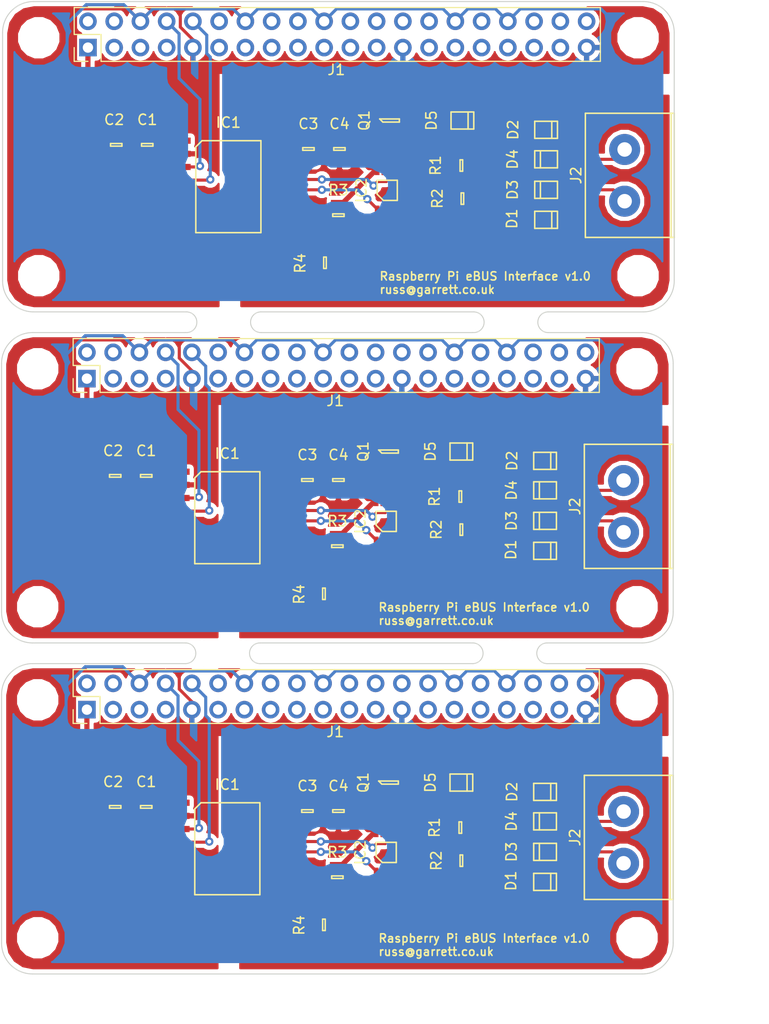
<source format=kicad_pcb>
(kicad_pcb (version 20170123) (host pcbnew "(2017-03-10 revision 23a23d3)-master")
  (layers (0 F.Cu signal) (31 B.Cu signal) (34 B.Paste user) (35 F.Paste user) (36 B.SilkS user) (37 F.SilkS user) (38 B.Mask user) (39 F.Mask user) (44 Edge.Cuts user))
  (net 0 "")
  (net 1 3v3)
  (net 2 GND)
  (net 3 "Net-(IC1-Pad3)")
  (net 4 "Net-(IC1-Pad4)")
  (net 5 "Net-(IC1-Pad7)")
  (net 6 AGND)
  (net 7 "Net-(IC1-Pad10)")
  (net 8 "Net-(IC1-Pad12)")
  (net 9 Rx)
  (net 10 Tx)
  (net 11 AVCC)
  (net 12 "Net-(IC2-Pad2)")
  (net 13 "Net-(IC2-Pad3)")
  (net 14 "Net-(IC2-Pad5)")
  (net 15 "Net-(J1-Pad40)")
  (net 16 "Net-(J1-Pad38)")
  (net 17 "Net-(J1-Pad37)")
  (net 18 "Net-(J1-Pad36)")
  (net 19 "Net-(J1-Pad35)")
  (net 20 "Net-(J1-Pad33)")
  (net 21 "Net-(J1-Pad32)")
  (net 22 "Net-(J1-Pad31)")
  (net 23 "Net-(J1-Pad29)")
  (net 24 "Net-(J1-Pad28)")
  (net 25 "Net-(J1-Pad27)")
  (net 26 "Net-(J1-Pad26)")
  (net 27 "Net-(J1-Pad24)")
  (net 28 "Net-(J1-Pad23)")
  (net 29 "Net-(J1-Pad22)")
  (net 30 "Net-(J1-Pad21)")
  (net 31 "Net-(J1-Pad19)")
  (net 32 "Net-(J1-Pad18)")
  (net 33 "Net-(J1-Pad17)")
  (net 34 "Net-(J1-Pad16)")
  (net 35 "Net-(J1-Pad15)")
  (net 36 "Net-(J1-Pad13)")
  (net 37 "Net-(J1-Pad12)")
  (net 38 "Net-(J1-Pad11)")
  (net 39 "Net-(J1-Pad7)")
  (net 40 "Net-(J1-Pad5)")
  (net 41 "Net-(J1-Pad4)")
  (net 42 "Net-(J1-Pad3)")
  (net 43 "Net-(J1-Pad2)")
  (net 44 EBus2)
  (net 45 EBus1)
  (net 46 Vbus)
  (net 47 "Net-(D5-Pad2)")
  (module russ:MOUSEBITE-2.0 (layer F.Cu) (at 137.7 78.15)
    (fp_text reference REF** hide)
    (fp_text value MOUSEBITE-2.0 hide)
    (pad "" np_thru_hole circle (at -1 -0.7) (size 0.8 0.8) (drill 0.8) (layers *.Cu *.Mask))
    (pad "" np_thru_hole circle (at 1 -0.7) (size 0.8 0.8) (drill 0.8) (layers *.Cu *.Mask))
    (pad "" np_thru_hole circle (at 3 -0.7) (size 0.8 0.8) (drill 0.8) (layers *.Cu *.Mask))
    (pad "" np_thru_hole circle (at 3 0.7) (size 0.8 0.8) (drill 0.8) (layers *.Cu *.Mask))
    (pad "" np_thru_hole circle (at -1 0.7) (size 0.8 0.8) (drill 0.8) (layers *.Cu *.Mask))
    (pad "" np_thru_hole circle (at 1 0.7) (size 0.8 0.8) (drill 0.8) (layers *.Cu *.Mask))
  )
  (module russ:MOUSEBITE-2.0 (layer F.Cu) (at 109.9 78.15)
    (fp_text reference REF** hide)
    (fp_text value MOUSEBITE-2.0 hide)
    (pad "" np_thru_hole circle (at 1 0.7) (size 0.8 0.8) (drill 0.8) (layers *.Cu *.Mask))
    (pad "" np_thru_hole circle (at -1 0.7) (size 0.8 0.8) (drill 0.8) (layers *.Cu *.Mask))
    (pad "" np_thru_hole circle (at 3 0.7) (size 0.8 0.8) (drill 0.8) (layers *.Cu *.Mask))
    (pad "" np_thru_hole circle (at 3 -0.7) (size 0.8 0.8) (drill 0.8) (layers *.Cu *.Mask))
    (pad "" np_thru_hole circle (at 1 -0.7) (size 0.8 0.8) (drill 0.8) (layers *.Cu *.Mask))
    (pad "" np_thru_hole circle (at -1 -0.7) (size 0.8 0.8) (drill 0.8) (layers *.Cu *.Mask))
  )
  (module russ:MOUSEBITE-2.0 (layer F.Cu) (at 110 46.15)
    (fp_text reference REF** hide)
    (fp_text value MOUSEBITE-2.0 hide)
    (pad "" np_thru_hole circle (at -1 -0.7) (size 0.8 0.8) (drill 0.8) (layers *.Cu *.Mask))
    (pad "" np_thru_hole circle (at 1 -0.7) (size 0.8 0.8) (drill 0.8) (layers *.Cu *.Mask))
    (pad "" np_thru_hole circle (at 3 -0.7) (size 0.8 0.8) (drill 0.8) (layers *.Cu *.Mask))
    (pad "" np_thru_hole circle (at 3 0.7) (size 0.8 0.8) (drill 0.8) (layers *.Cu *.Mask))
    (pad "" np_thru_hole circle (at -1 0.7) (size 0.8 0.8) (drill 0.8) (layers *.Cu *.Mask))
    (pad "" np_thru_hole circle (at 1 0.7) (size 0.8 0.8) (drill 0.8) (layers *.Cu *.Mask))
  )
  (module russ:MOUSEBITE-2.0 (layer F.Cu) (at 137.8 46.15)
    (fp_text reference REF** hide)
    (fp_text value MOUSEBITE-2.0 hide)
    (pad "" np_thru_hole circle (at 1 0.7) (size 0.8 0.8) (drill 0.8) (layers *.Cu *.Mask))
    (pad "" np_thru_hole circle (at -1 0.7) (size 0.8 0.8) (drill 0.8) (layers *.Cu *.Mask))
    (pad "" np_thru_hole circle (at 3 0.7) (size 0.8 0.8) (drill 0.8) (layers *.Cu *.Mask))
    (pad "" np_thru_hole circle (at 3 -0.7) (size 0.8 0.8) (drill 0.8) (layers *.Cu *.Mask))
    (pad "" np_thru_hole circle (at 1 -0.7) (size 0.8 0.8) (drill 0.8) (layers *.Cu *.Mask))
    (pad "" np_thru_hole circle (at -1 -0.7) (size 0.8 0.8) (drill 0.8) (layers *.Cu *.Mask))
  )
  (module russ:MSTBVA2,5-2 (layer F.Cu) (at 150 31.95 90)
    (fp_text reference J2 (at 0 -4.9 90) (layer F.SilkS))
    (fp_text value CONN_02x01)
    (pad 1 thru_hole circle (at 2.5 -0.2 90) (size 3 3) (drill 1.4) (layers *.Cu *.Mask) (net 45 EBus1))
    (pad 2 thru_hole circle (at -2.5 -0.2 90) (size 3 3) (drill 1.4) (layers *.Cu *.Mask) (net 44 EBus2))
  )
  (module agg:0805 (layer F.Cu) (at 120.8 40.4 180)
    (fp_text reference R4 (at 2.4 -0.05 270) (layer F.SilkS))
    (fp_text value 56k2)
    (pad 1 smd rect (at -0.9 0 180) (size 1.15 1.45) (layers F.Cu F.Paste F.Mask) (net 12 "Net-(IC2-Pad2)"))
    (pad 2 smd rect (at 0.9 0 180) (size 1.15 1.45) (layers F.Cu F.Paste F.Mask) (net 6 AGND))
  )
  (module agg:0805 (layer F.Cu) (at 122.1 35.8 270)
    (fp_text reference R3 (at -2.425 0 180) (layer F.SilkS))
    (fp_text value 47k5)
    (pad 2 smd rect (at 0.9 0 270) (size 1.15 1.45) (layers F.Cu F.Paste F.Mask) (net 12 "Net-(IC2-Pad2)"))
    (pad 1 smd rect (at -0.9 0 270) (size 1.15 1.45) (layers F.Cu F.Paste F.Mask) (net 11 AVCC))
  )
  (module agg:0805 (layer F.Cu) (at 134.1 34.2)
    (fp_text reference R2 (at -2.425 0 90) (layer F.SilkS))
    (fp_text value 13k)
    (pad 1 smd rect (at -0.9 0) (size 1.15 1.45) (layers F.Cu F.Paste F.Mask) (net 13 "Net-(IC2-Pad3)"))
    (pad 2 smd rect (at 0.9 0) (size 1.15 1.45) (layers F.Cu F.Paste F.Mask) (net 6 AGND))
  )
  (module agg:0805 (layer F.Cu) (at 134 31 180)
    (fp_text reference R1 (at 2.5 0 270) (layer F.SilkS))
    (fp_text value 82k5)
    (pad 2 smd rect (at 0.9 0 180) (size 1.15 1.45) (layers F.Cu F.Paste F.Mask) (net 13 "Net-(IC2-Pad3)"))
    (pad 1 smd rect (at -0.9 0 180) (size 1.15 1.45) (layers F.Cu F.Paste F.Mask) (net 46 Vbus))
  )
  (module agg:SOT-23 (layer F.Cu) (at 127.05 26.65 90)
    (fp_text reference Q1 (at 0 -2.45 90) (layer F.SilkS))
    (fp_text value NFET)
    (pad 3 smd rect (at 1.15 0 90) (size 1 0.6) (layers F.Cu F.Paste F.Mask) (net 47 "Net-(D5-Pad2)"))
    (pad 2 smd rect (at -1.15 0.95 90) (size 1 0.6) (layers F.Cu F.Paste F.Mask) (net 6 AGND))
    (pad 1 smd rect (at -1.15 -0.95 90) (size 1 0.6) (layers F.Cu F.Paste F.Mask) (net 14 "Net-(IC2-Pad5)"))
  )
  (module agg:SOD-123 (layer F.Cu) (at 134.1 26.65 180)
    (fp_text reference D5 (at 3 0 270) (layer F.SilkS))
    (fp_text value 7V5)
    (pad 2 smd rect (at 1.8 0 180) (size 1 0.8) (layers F.Cu F.Paste F.Mask) (net 47 "Net-(D5-Pad2)"))
    (pad 1 smd rect (at -1.8 0 180) (size 1 0.8) (layers F.Cu F.Paste F.Mask) (net 46 Vbus))
  )
  (module agg:SOD-123 (layer F.Cu) (at 142.2 30.4)
    (fp_text reference D4 (at -3.25 0 90) (layer F.SilkS))
    (fp_text value LL4148 hide)
    (pad 2 smd rect (at 1.8 0) (size 1 0.8) (layers F.Cu F.Paste F.Mask) (net 45 EBus1))
    (pad 1 smd rect (at -1.8 0) (size 1 0.8) (layers F.Cu F.Paste F.Mask) (net 46 Vbus))
  )
  (module agg:SOD-123 (layer F.Cu) (at 142.2 33.35)
    (fp_text reference D3 (at -3.25 0 90) (layer F.SilkS))
    (fp_text value LL4148 hide)
    (pad 1 smd rect (at -1.8 0) (size 1 0.8) (layers F.Cu F.Paste F.Mask) (net 46 Vbus))
    (pad 2 smd rect (at 1.8 0) (size 1 0.8) (layers F.Cu F.Paste F.Mask) (net 44 EBus2))
  )
  (module agg:SOD-123 (layer F.Cu) (at 142.2 27.55 180)
    (fp_text reference D2 (at 3.2 0 270) (layer F.SilkS))
    (fp_text value LL4148 hide)
    (pad 2 smd rect (at 1.8 0 180) (size 1 0.8) (layers F.Cu F.Paste F.Mask) (net 6 AGND))
    (pad 1 smd rect (at -1.8 0 180) (size 1 0.8) (layers F.Cu F.Paste F.Mask) (net 45 EBus1))
  )
  (module agg:SOD-123 (layer F.Cu) (at 142.2 36.25 180)
    (fp_text reference D1 (at 3.3 0.1 270) (layer F.SilkS))
    (fp_text value LL4148 hide)
    (pad 1 smd rect (at -1.8 0 180) (size 1 0.8) (layers F.Cu F.Paste F.Mask) (net 44 EBus2))
    (pad 2 smd rect (at 1.8 0 180) (size 1 0.8) (layers F.Cu F.Paste F.Mask) (net 6 AGND))
  )
  (module agg:0805 (layer F.Cu) (at 122.2 29.4 270)
    (fp_text reference C4 (at -2.425 0 180) (layer F.SilkS))
    (fp_text value 10u)
    (pad 1 smd rect (at -0.9 0 270) (size 1.15 1.45) (layers F.Cu F.Paste F.Mask) (net 11 AVCC))
    (pad 2 smd rect (at 0.9 0 270) (size 1.15 1.45) (layers F.Cu F.Paste F.Mask) (net 6 AGND))
  )
  (module agg:0805 (layer F.Cu) (at 119.2 29.4 270)
    (fp_text reference C3 (at -2.425 0 180) (layer F.SilkS))
    (fp_text value 100n)
    (pad 2 smd rect (at 0.9 0 270) (size 1.15 1.45) (layers F.Cu F.Paste F.Mask) (net 6 AGND))
    (pad 1 smd rect (at -0.9 0 270) (size 1.15 1.45) (layers F.Cu F.Paste F.Mask) (net 11 AVCC))
  )
  (module agg:0805 (layer F.Cu) (at 100.6 29 270)
    (fp_text reference C2 (at -2.425 0.2 180) (layer F.SilkS))
    (fp_text value 10u)
    (pad 2 smd rect (at 0.9 0 270) (size 1.15 1.45) (layers F.Cu F.Paste F.Mask) (net 2 GND))
    (pad 1 smd rect (at -0.9 0 270) (size 1.15 1.45) (layers F.Cu F.Paste F.Mask) (net 1 3v3))
  )
  (module agg:0805 (layer F.Cu) (at 103.6 29 270)
    (fp_text reference C1 (at -2.425 0 180) (layer F.SilkS))
    (fp_text value 100n)
    (pad 1 smd rect (at -0.9 0 270) (size 1.15 1.45) (layers F.Cu F.Paste F.Mask) (net 1 3v3))
    (pad 2 smd rect (at 0.9 0 270) (size 1.15 1.45) (layers F.Cu F.Paste F.Mask) (net 2 GND))
  )
  (module agg:M3_HOLE (layer F.Cu) (at 93.1 18.65)
    (fp_text reference REF** hide)
    (fp_text value M3_HOLE hide)
    (pad "" np_thru_hole circle (at 0 0) (size 3.2 3.2) (drill 3.2) (layers *.Cu F.Mask))
  )
  (module agg:M3_HOLE (layer F.Cu) (at 93.1 41.65)
    (fp_text reference REF** hide)
    (fp_text value M3_HOLE hide)
    (pad "" np_thru_hole circle (at 0 0) (size 3.2 3.2) (drill 3.2) (layers *.Cu F.Mask))
  )
  (module agg:M3_HOLE (layer F.Cu) (at 151.1 18.65)
    (fp_text reference REF** hide)
    (fp_text value M3_HOLE hide)
    (pad "" np_thru_hole circle (at 0 0) (size 3.2 3.2) (drill 3.2) (layers *.Cu F.Mask))
  )
  (module agg:M3_HOLE (layer F.Cu) (at 151.1 41.65)
    (fp_text reference REF** hide)
    (fp_text value M3_HOLE hide)
    (pad "" np_thru_hole circle (at 0 0) (size 3.2 3.2) (drill 3.2) (layers *.Cu F.Mask))
  )
  (module agg:SOIC-16-W (layer F.Cu) (at 111.45 33.045)
    (fp_text reference IC1 (at 0 -6.2) (layer F.SilkS))
    (fp_text value ADuM5201)
    (pad 16 smd rect (at 4.65 -4.445) (size 2 0.6) (layers F.Cu F.Paste F.Mask) (net 11 AVCC))
    (pad 15 smd rect (at 4.65 -3.175) (size 2 0.6) (layers F.Cu F.Paste F.Mask) (net 6 AGND))
    (pad 14 smd rect (at 4.65 -1.905) (size 2 0.6) (layers F.Cu F.Paste F.Mask) (net 10 Tx))
    (pad 13 smd rect (at 4.65 -0.635) (size 2 0.6) (layers F.Cu F.Paste F.Mask) (net 9 Rx))
    (pad 12 smd rect (at 4.65 0.635) (size 2 0.6) (layers F.Cu F.Paste F.Mask) (net 8 "Net-(IC1-Pad12)"))
    (pad 11 smd rect (at 4.65 1.905) (size 2 0.6) (layers F.Cu F.Paste F.Mask) (net 6 AGND))
    (pad 10 smd rect (at 4.65 3.175) (size 2 0.6) (layers F.Cu F.Paste F.Mask) (net 7 "Net-(IC1-Pad10)"))
    (pad 9 smd rect (at 4.65 4.445) (size 2 0.6) (layers F.Cu F.Paste F.Mask) (net 6 AGND))
    (pad 8 smd rect (at -4.65 4.445) (size 2 0.6) (layers F.Cu F.Paste F.Mask) (net 2 GND))
    (pad 7 smd rect (at -4.65 3.175) (size 2 0.6) (layers F.Cu F.Paste F.Mask) (net 5 "Net-(IC1-Pad7)"))
    (pad 6 smd rect (at -4.65 1.905) (size 2 0.6) (layers F.Cu F.Paste F.Mask) (net 1 3v3))
    (pad 5 smd rect (at -4.65 0.635) (size 2 0.6) (layers F.Cu F.Paste F.Mask) (net 2 GND))
    (pad 4 smd rect (at -4.65 -0.635) (size 2 0.6) (layers F.Cu F.Paste F.Mask) (net 4 "Net-(IC1-Pad4)"))
    (pad 3 smd rect (at -4.65 -1.905) (size 2 0.6) (layers F.Cu F.Paste F.Mask) (net 3 "Net-(IC1-Pad3)"))
    (pad 2 smd rect (at -4.65 -3.175) (size 2 0.6) (layers F.Cu F.Paste F.Mask) (net 2 GND))
    (pad 1 smd rect (at -4.65 -4.445) (size 2 0.6) (layers F.Cu F.Paste F.Mask) (net 1 3v3))
  )
  (module Pin_Headers:Pin_Header_Straight_2x20_Pitch2.54mm (layer F.Cu) (at 97.86 19.6 90)
    (fp_text reference J1 (at -2.15 24.04 180) (layer F.SilkS))
    (fp_text value RASPBERRY-PI hide)
    (pad 1 thru_hole rect (at 0 0 90) (size 1.7 1.7) (drill 1) (layers *.Cu *.Mask) (net 1 3v3))
    (pad 2 thru_hole oval (at 2.54 0 90) (size 1.7 1.7) (drill 1) (layers *.Cu *.Mask) (net 43 "Net-(J1-Pad2)"))
    (pad 3 thru_hole oval (at 0 2.54 90) (size 1.7 1.7) (drill 1) (layers *.Cu *.Mask) (net 42 "Net-(J1-Pad3)"))
    (pad 4 thru_hole oval (at 2.54 2.54 90) (size 1.7 1.7) (drill 1) (layers *.Cu *.Mask) (net 41 "Net-(J1-Pad4)"))
    (pad 5 thru_hole oval (at 0 5.08 90) (size 1.7 1.7) (drill 1) (layers *.Cu *.Mask) (net 40 "Net-(J1-Pad5)"))
    (pad 6 thru_hole oval (at 2.54 5.08 90) (size 1.7 1.7) (drill 1) (layers *.Cu *.Mask) (net 2 GND))
    (pad 7 thru_hole oval (at 0 7.62 90) (size 1.7 1.7) (drill 1) (layers *.Cu *.Mask) (net 39 "Net-(J1-Pad7)"))
    (pad 8 thru_hole oval (at 2.54 7.62 90) (size 1.7 1.7) (drill 1) (layers *.Cu *.Mask) (net 3 "Net-(IC1-Pad3)"))
    (pad 9 thru_hole oval (at 0 10.16 90) (size 1.7 1.7) (drill 1) (layers *.Cu *.Mask) (net 2 GND))
    (pad 10 thru_hole oval (at 2.54 10.16 90) (size 1.7 1.7) (drill 1) (layers *.Cu *.Mask) (net 4 "Net-(IC1-Pad4)"))
    (pad 11 thru_hole oval (at 0 12.7 90) (size 1.7 1.7) (drill 1) (layers *.Cu *.Mask) (net 38 "Net-(J1-Pad11)"))
    (pad 12 thru_hole oval (at 2.54 12.7 90) (size 1.7 1.7) (drill 1) (layers *.Cu *.Mask) (net 37 "Net-(J1-Pad12)"))
    (pad 13 thru_hole oval (at 0 15.24 90) (size 1.7 1.7) (drill 1) (layers *.Cu *.Mask) (net 36 "Net-(J1-Pad13)"))
    (pad 14 thru_hole oval (at 2.54 15.24 90) (size 1.7 1.7) (drill 1) (layers *.Cu *.Mask) (net 2 GND))
    (pad 15 thru_hole oval (at 0 17.78 90) (size 1.7 1.7) (drill 1) (layers *.Cu *.Mask) (net 35 "Net-(J1-Pad15)"))
    (pad 16 thru_hole oval (at 2.54 17.78 90) (size 1.7 1.7) (drill 1) (layers *.Cu *.Mask) (net 34 "Net-(J1-Pad16)"))
    (pad 17 thru_hole oval (at 0 20.32 90) (size 1.7 1.7) (drill 1) (layers *.Cu *.Mask) (net 33 "Net-(J1-Pad17)"))
    (pad 18 thru_hole oval (at 2.54 20.32 90) (size 1.7 1.7) (drill 1) (layers *.Cu *.Mask) (net 32 "Net-(J1-Pad18)"))
    (pad 19 thru_hole oval (at 0 22.86 90) (size 1.7 1.7) (drill 1) (layers *.Cu *.Mask) (net 31 "Net-(J1-Pad19)"))
    (pad 20 thru_hole oval (at 2.54 22.86 90) (size 1.7 1.7) (drill 1) (layers *.Cu *.Mask) (net 2 GND))
    (pad 21 thru_hole oval (at 0 25.4 90) (size 1.7 1.7) (drill 1) (layers *.Cu *.Mask) (net 30 "Net-(J1-Pad21)"))
    (pad 22 thru_hole oval (at 2.54 25.4 90) (size 1.7 1.7) (drill 1) (layers *.Cu *.Mask) (net 29 "Net-(J1-Pad22)"))
    (pad 23 thru_hole oval (at 0 27.94 90) (size 1.7 1.7) (drill 1) (layers *.Cu *.Mask) (net 28 "Net-(J1-Pad23)"))
    (pad 24 thru_hole oval (at 2.54 27.94 90) (size 1.7 1.7) (drill 1) (layers *.Cu *.Mask) (net 27 "Net-(J1-Pad24)"))
    (pad 25 thru_hole oval (at 0 30.48 90) (size 1.7 1.7) (drill 1) (layers *.Cu *.Mask) (net 2 GND))
    (pad 26 thru_hole oval (at 2.54 30.48 90) (size 1.7 1.7) (drill 1) (layers *.Cu *.Mask) (net 26 "Net-(J1-Pad26)"))
    (pad 27 thru_hole oval (at 0 33.02 90) (size 1.7 1.7) (drill 1) (layers *.Cu *.Mask) (net 25 "Net-(J1-Pad27)"))
    (pad 28 thru_hole oval (at 2.54 33.02 90) (size 1.7 1.7) (drill 1) (layers *.Cu *.Mask) (net 24 "Net-(J1-Pad28)"))
    (pad 29 thru_hole oval (at 0 35.56 90) (size 1.7 1.7) (drill 1) (layers *.Cu *.Mask) (net 23 "Net-(J1-Pad29)"))
    (pad 30 thru_hole oval (at 2.54 35.56 90) (size 1.7 1.7) (drill 1) (layers *.Cu *.Mask) (net 2 GND))
    (pad 31 thru_hole oval (at 0 38.1 90) (size 1.7 1.7) (drill 1) (layers *.Cu *.Mask) (net 22 "Net-(J1-Pad31)"))
    (pad 32 thru_hole oval (at 2.54 38.1 90) (size 1.7 1.7) (drill 1) (layers *.Cu *.Mask) (net 21 "Net-(J1-Pad32)"))
    (pad 33 thru_hole oval (at 0 40.64 90) (size 1.7 1.7) (drill 1) (layers *.Cu *.Mask) (net 20 "Net-(J1-Pad33)"))
    (pad 34 thru_hole oval (at 2.54 40.64 90) (size 1.7 1.7) (drill 1) (layers *.Cu *.Mask) (net 2 GND))
    (pad 35 thru_hole oval (at 0 43.18 90) (size 1.7 1.7) (drill 1) (layers *.Cu *.Mask) (net 19 "Net-(J1-Pad35)"))
    (pad 36 thru_hole oval (at 2.54 43.18 90) (size 1.7 1.7) (drill 1) (layers *.Cu *.Mask) (net 18 "Net-(J1-Pad36)"))
    (pad 37 thru_hole oval (at 0 45.72 90) (size 1.7 1.7) (drill 1) (layers *.Cu *.Mask) (net 17 "Net-(J1-Pad37)"))
    (pad 38 thru_hole oval (at 2.54 45.72 90) (size 1.7 1.7) (drill 1) (layers *.Cu *.Mask) (net 16 "Net-(J1-Pad38)"))
    (pad 39 thru_hole oval (at 0 48.26 90) (size 1.7 1.7) (drill 1) (layers *.Cu *.Mask) (net 2 GND))
    (pad 40 thru_hole oval (at 2.54 48.26 90) (size 1.7 1.7) (drill 1) (layers *.Cu *.Mask) (net 15 "Net-(J1-Pad40)"))
  )
  (module agg:MSOP-8 (layer F.Cu) (at 126.825 33.4 90)
    (fp_text reference IC2 (at 0 -2.5 90) (layer F.SilkS))
    (fp_text value AD8542)
    (pad 8 smd rect (at 2.2 -0.975 90) (size 1.45 0.45) (layers F.Cu F.Paste F.Mask) (net 11 AVCC))
    (pad 7 smd rect (at 2.2 -0.325 90) (size 1.45 0.45) (layers F.Cu F.Paste F.Mask) (net 14 "Net-(IC2-Pad5)"))
    (pad 6 smd rect (at 2.2 0.325 90) (size 1.45 0.45) (layers F.Cu F.Paste F.Mask) (net 10 Tx))
    (pad 5 smd rect (at 2.2 0.975 90) (size 1.45 0.45) (layers F.Cu F.Paste F.Mask) (net 14 "Net-(IC2-Pad5)"))
    (pad 4 smd rect (at -2.2 0.975 90) (size 1.45 0.45) (layers F.Cu F.Paste F.Mask) (net 6 AGND))
    (pad 3 smd rect (at -2.2 0.325 90) (size 1.45 0.45) (layers F.Cu F.Paste F.Mask) (net 13 "Net-(IC2-Pad3)"))
    (pad 2 smd rect (at -2.2 -0.325 90) (size 1.45 0.45) (layers F.Cu F.Paste F.Mask) (net 12 "Net-(IC2-Pad2)"))
    (pad 1 smd rect (at -2.2 -0.975 90) (size 1.45 0.45) (layers F.Cu F.Paste F.Mask) (net 9 Rx))
  )
  (module Pin_Headers:Pin_Header_Straight_2x20_Pitch2.54mm (layer F.Cu) (at 97.76 51.6 90)
    (fp_text reference J1 (at -2.15 24.04 180) (layer F.SilkS))
    (fp_text value RASPBERRY-PI hide)
    (pad 40 thru_hole oval (at 2.54 48.26 90) (size 1.7 1.7) (drill 1) (layers *.Cu *.Mask) (net 15 "Net-(J1-Pad40)"))
    (pad 39 thru_hole oval (at 0 48.26 90) (size 1.7 1.7) (drill 1) (layers *.Cu *.Mask) (net 2 GND))
    (pad 38 thru_hole oval (at 2.54 45.72 90) (size 1.7 1.7) (drill 1) (layers *.Cu *.Mask) (net 16 "Net-(J1-Pad38)"))
    (pad 37 thru_hole oval (at 0 45.72 90) (size 1.7 1.7) (drill 1) (layers *.Cu *.Mask) (net 17 "Net-(J1-Pad37)"))
    (pad 36 thru_hole oval (at 2.54 43.18 90) (size 1.7 1.7) (drill 1) (layers *.Cu *.Mask) (net 18 "Net-(J1-Pad36)"))
    (pad 35 thru_hole oval (at 0 43.18 90) (size 1.7 1.7) (drill 1) (layers *.Cu *.Mask) (net 19 "Net-(J1-Pad35)"))
    (pad 34 thru_hole oval (at 2.54 40.64 90) (size 1.7 1.7) (drill 1) (layers *.Cu *.Mask) (net 2 GND))
    (pad 33 thru_hole oval (at 0 40.64 90) (size 1.7 1.7) (drill 1) (layers *.Cu *.Mask) (net 20 "Net-(J1-Pad33)"))
    (pad 32 thru_hole oval (at 2.54 38.1 90) (size 1.7 1.7) (drill 1) (layers *.Cu *.Mask) (net 21 "Net-(J1-Pad32)"))
    (pad 31 thru_hole oval (at 0 38.1 90) (size 1.7 1.7) (drill 1) (layers *.Cu *.Mask) (net 22 "Net-(J1-Pad31)"))
    (pad 30 thru_hole oval (at 2.54 35.56 90) (size 1.7 1.7) (drill 1) (layers *.Cu *.Mask) (net 2 GND))
    (pad 29 thru_hole oval (at 0 35.56 90) (size 1.7 1.7) (drill 1) (layers *.Cu *.Mask) (net 23 "Net-(J1-Pad29)"))
    (pad 28 thru_hole oval (at 2.54 33.02 90) (size 1.7 1.7) (drill 1) (layers *.Cu *.Mask) (net 24 "Net-(J1-Pad28)"))
    (pad 27 thru_hole oval (at 0 33.02 90) (size 1.7 1.7) (drill 1) (layers *.Cu *.Mask) (net 25 "Net-(J1-Pad27)"))
    (pad 26 thru_hole oval (at 2.54 30.48 90) (size 1.7 1.7) (drill 1) (layers *.Cu *.Mask) (net 26 "Net-(J1-Pad26)"))
    (pad 25 thru_hole oval (at 0 30.48 90) (size 1.7 1.7) (drill 1) (layers *.Cu *.Mask) (net 2 GND))
    (pad 24 thru_hole oval (at 2.54 27.94 90) (size 1.7 1.7) (drill 1) (layers *.Cu *.Mask) (net 27 "Net-(J1-Pad24)"))
    (pad 23 thru_hole oval (at 0 27.94 90) (size 1.7 1.7) (drill 1) (layers *.Cu *.Mask) (net 28 "Net-(J1-Pad23)"))
    (pad 22 thru_hole oval (at 2.54 25.4 90) (size 1.7 1.7) (drill 1) (layers *.Cu *.Mask) (net 29 "Net-(J1-Pad22)"))
    (pad 21 thru_hole oval (at 0 25.4 90) (size 1.7 1.7) (drill 1) (layers *.Cu *.Mask) (net 30 "Net-(J1-Pad21)"))
    (pad 20 thru_hole oval (at 2.54 22.86 90) (size 1.7 1.7) (drill 1) (layers *.Cu *.Mask) (net 2 GND))
    (pad 19 thru_hole oval (at 0 22.86 90) (size 1.7 1.7) (drill 1) (layers *.Cu *.Mask) (net 31 "Net-(J1-Pad19)"))
    (pad 18 thru_hole oval (at 2.54 20.32 90) (size 1.7 1.7) (drill 1) (layers *.Cu *.Mask) (net 32 "Net-(J1-Pad18)"))
    (pad 17 thru_hole oval (at 0 20.32 90) (size 1.7 1.7) (drill 1) (layers *.Cu *.Mask) (net 33 "Net-(J1-Pad17)"))
    (pad 16 thru_hole oval (at 2.54 17.78 90) (size 1.7 1.7) (drill 1) (layers *.Cu *.Mask) (net 34 "Net-(J1-Pad16)"))
    (pad 15 thru_hole oval (at 0 17.78 90) (size 1.7 1.7) (drill 1) (layers *.Cu *.Mask) (net 35 "Net-(J1-Pad15)"))
    (pad 14 thru_hole oval (at 2.54 15.24 90) (size 1.7 1.7) (drill 1) (layers *.Cu *.Mask) (net 2 GND))
    (pad 13 thru_hole oval (at 0 15.24 90) (size 1.7 1.7) (drill 1) (layers *.Cu *.Mask) (net 36 "Net-(J1-Pad13)"))
    (pad 12 thru_hole oval (at 2.54 12.7 90) (size 1.7 1.7) (drill 1) (layers *.Cu *.Mask) (net 37 "Net-(J1-Pad12)"))
    (pad 11 thru_hole oval (at 0 12.7 90) (size 1.7 1.7) (drill 1) (layers *.Cu *.Mask) (net 38 "Net-(J1-Pad11)"))
    (pad 10 thru_hole oval (at 2.54 10.16 90) (size 1.7 1.7) (drill 1) (layers *.Cu *.Mask) (net 4 "Net-(IC1-Pad4)"))
    (pad 9 thru_hole oval (at 0 10.16 90) (size 1.7 1.7) (drill 1) (layers *.Cu *.Mask) (net 2 GND))
    (pad 8 thru_hole oval (at 2.54 7.62 90) (size 1.7 1.7) (drill 1) (layers *.Cu *.Mask) (net 3 "Net-(IC1-Pad3)"))
    (pad 7 thru_hole oval (at 0 7.62 90) (size 1.7 1.7) (drill 1) (layers *.Cu *.Mask) (net 39 "Net-(J1-Pad7)"))
    (pad 6 thru_hole oval (at 2.54 5.08 90) (size 1.7 1.7) (drill 1) (layers *.Cu *.Mask) (net 2 GND))
    (pad 5 thru_hole oval (at 0 5.08 90) (size 1.7 1.7) (drill 1) (layers *.Cu *.Mask) (net 40 "Net-(J1-Pad5)"))
    (pad 4 thru_hole oval (at 2.54 2.54 90) (size 1.7 1.7) (drill 1) (layers *.Cu *.Mask) (net 41 "Net-(J1-Pad4)"))
    (pad 3 thru_hole oval (at 0 2.54 90) (size 1.7 1.7) (drill 1) (layers *.Cu *.Mask) (net 42 "Net-(J1-Pad3)"))
    (pad 2 thru_hole oval (at 2.54 0 90) (size 1.7 1.7) (drill 1) (layers *.Cu *.Mask) (net 43 "Net-(J1-Pad2)"))
    (pad 1 thru_hole rect (at 0 0 90) (size 1.7 1.7) (drill 1) (layers *.Cu *.Mask) (net 1 3v3))
  )
  (module agg:SOIC-16-W (layer F.Cu) (at 111.35 65.045)
    (fp_text reference IC1 (at 0 -6.2) (layer F.SilkS))
    (fp_text value ADuM5201)
    (pad 1 smd rect (at -4.65 -4.445) (size 2 0.6) (layers F.Cu F.Paste F.Mask) (net 1 3v3))
    (pad 2 smd rect (at -4.65 -3.175) (size 2 0.6) (layers F.Cu F.Paste F.Mask) (net 2 GND))
    (pad 3 smd rect (at -4.65 -1.905) (size 2 0.6) (layers F.Cu F.Paste F.Mask) (net 3 "Net-(IC1-Pad3)"))
    (pad 4 smd rect (at -4.65 -0.635) (size 2 0.6) (layers F.Cu F.Paste F.Mask) (net 4 "Net-(IC1-Pad4)"))
    (pad 5 smd rect (at -4.65 0.635) (size 2 0.6) (layers F.Cu F.Paste F.Mask) (net 2 GND))
    (pad 6 smd rect (at -4.65 1.905) (size 2 0.6) (layers F.Cu F.Paste F.Mask) (net 1 3v3))
    (pad 7 smd rect (at -4.65 3.175) (size 2 0.6) (layers F.Cu F.Paste F.Mask) (net 5 "Net-(IC1-Pad7)"))
    (pad 8 smd rect (at -4.65 4.445) (size 2 0.6) (layers F.Cu F.Paste F.Mask) (net 2 GND))
    (pad 9 smd rect (at 4.65 4.445) (size 2 0.6) (layers F.Cu F.Paste F.Mask) (net 6 AGND))
    (pad 10 smd rect (at 4.65 3.175) (size 2 0.6) (layers F.Cu F.Paste F.Mask) (net 7 "Net-(IC1-Pad10)"))
    (pad 11 smd rect (at 4.65 1.905) (size 2 0.6) (layers F.Cu F.Paste F.Mask) (net 6 AGND))
    (pad 12 smd rect (at 4.65 0.635) (size 2 0.6) (layers F.Cu F.Paste F.Mask) (net 8 "Net-(IC1-Pad12)"))
    (pad 13 smd rect (at 4.65 -0.635) (size 2 0.6) (layers F.Cu F.Paste F.Mask) (net 9 Rx))
    (pad 14 smd rect (at 4.65 -1.905) (size 2 0.6) (layers F.Cu F.Paste F.Mask) (net 10 Tx))
    (pad 15 smd rect (at 4.65 -3.175) (size 2 0.6) (layers F.Cu F.Paste F.Mask) (net 6 AGND))
    (pad 16 smd rect (at 4.65 -4.445) (size 2 0.6) (layers F.Cu F.Paste F.Mask) (net 11 AVCC))
  )
  (module agg:M3_HOLE (layer F.Cu) (at 151 73.65)
    (fp_text reference REF** hide)
    (fp_text value M3_HOLE hide)
    (pad "" np_thru_hole circle (at 0 0) (size 3.2 3.2) (drill 3.2) (layers *.Cu F.Mask))
  )
  (module agg:M3_HOLE (layer F.Cu) (at 151 50.65)
    (fp_text reference REF** hide)
    (fp_text value M3_HOLE hide)
    (pad "" np_thru_hole circle (at 0 0) (size 3.2 3.2) (drill 3.2) (layers *.Cu F.Mask))
  )
  (module agg:M3_HOLE (layer F.Cu) (at 93 73.65)
    (fp_text reference REF** hide)
    (fp_text value M3_HOLE hide)
    (pad "" np_thru_hole circle (at 0 0) (size 3.2 3.2) (drill 3.2) (layers *.Cu F.Mask))
  )
  (module agg:M3_HOLE (layer F.Cu) (at 93 50.65)
    (fp_text reference REF** hide)
    (fp_text value M3_HOLE hide)
    (pad "" np_thru_hole circle (at 0 0) (size 3.2 3.2) (drill 3.2) (layers *.Cu F.Mask))
  )
  (module agg:MSOP-8 (layer F.Cu) (at 126.725 65.4 90)
    (fp_text reference IC2 (at 0 -2.5 90) (layer F.SilkS))
    (fp_text value AD8542)
    (pad 1 smd rect (at -2.2 -0.975 90) (size 1.45 0.45) (layers F.Cu F.Paste F.Mask) (net 9 Rx))
    (pad 2 smd rect (at -2.2 -0.325 90) (size 1.45 0.45) (layers F.Cu F.Paste F.Mask) (net 12 "Net-(IC2-Pad2)"))
    (pad 3 smd rect (at -2.2 0.325 90) (size 1.45 0.45) (layers F.Cu F.Paste F.Mask) (net 13 "Net-(IC2-Pad3)"))
    (pad 4 smd rect (at -2.2 0.975 90) (size 1.45 0.45) (layers F.Cu F.Paste F.Mask) (net 6 AGND))
    (pad 5 smd rect (at 2.2 0.975 90) (size 1.45 0.45) (layers F.Cu F.Paste F.Mask) (net 14 "Net-(IC2-Pad5)"))
    (pad 6 smd rect (at 2.2 0.325 90) (size 1.45 0.45) (layers F.Cu F.Paste F.Mask) (net 10 Tx))
    (pad 7 smd rect (at 2.2 -0.325 90) (size 1.45 0.45) (layers F.Cu F.Paste F.Mask) (net 14 "Net-(IC2-Pad5)"))
    (pad 8 smd rect (at 2.2 -0.975 90) (size 1.45 0.45) (layers F.Cu F.Paste F.Mask) (net 11 AVCC))
  )
  (module agg:0805 (layer F.Cu) (at 103.5 61 270)
    (fp_text reference C1 (at -2.425 0 180) (layer F.SilkS))
    (fp_text value 100n)
    (pad 2 smd rect (at 0.9 0 270) (size 1.15 1.45) (layers F.Cu F.Paste F.Mask) (net 2 GND))
    (pad 1 smd rect (at -0.9 0 270) (size 1.15 1.45) (layers F.Cu F.Paste F.Mask) (net 1 3v3))
  )
  (module agg:0805 (layer F.Cu) (at 100.5 61 270)
    (fp_text reference C2 (at -2.425 0.2 180) (layer F.SilkS))
    (fp_text value 10u)
    (pad 1 smd rect (at -0.9 0 270) (size 1.15 1.45) (layers F.Cu F.Paste F.Mask) (net 1 3v3))
    (pad 2 smd rect (at 0.9 0 270) (size 1.15 1.45) (layers F.Cu F.Paste F.Mask) (net 2 GND))
  )
  (module agg:0805 (layer F.Cu) (at 119.1 61.4 270)
    (fp_text reference C3 (at -2.425 0 180) (layer F.SilkS))
    (fp_text value 100n)
    (pad 1 smd rect (at -0.9 0 270) (size 1.15 1.45) (layers F.Cu F.Paste F.Mask) (net 11 AVCC))
    (pad 2 smd rect (at 0.9 0 270) (size 1.15 1.45) (layers F.Cu F.Paste F.Mask) (net 6 AGND))
  )
  (module agg:0805 (layer F.Cu) (at 122.1 61.4 270)
    (fp_text reference C4 (at -2.425 0 180) (layer F.SilkS))
    (fp_text value 10u)
    (pad 2 smd rect (at 0.9 0 270) (size 1.15 1.45) (layers F.Cu F.Paste F.Mask) (net 6 AGND))
    (pad 1 smd rect (at -0.9 0 270) (size 1.15 1.45) (layers F.Cu F.Paste F.Mask) (net 11 AVCC))
  )
  (module agg:SOD-123 (layer F.Cu) (at 142.1 68.25 180)
    (fp_text reference D1 (at 3.3 0.1 270) (layer F.SilkS))
    (fp_text value LL4148 hide)
    (pad 2 smd rect (at 1.8 0 180) (size 1 0.8) (layers F.Cu F.Paste F.Mask) (net 6 AGND))
    (pad 1 smd rect (at -1.8 0 180) (size 1 0.8) (layers F.Cu F.Paste F.Mask) (net 44 EBus2))
  )
  (module agg:SOD-123 (layer F.Cu) (at 142.1 59.55 180)
    (fp_text reference D2 (at 3.2 0 270) (layer F.SilkS))
    (fp_text value LL4148 hide)
    (pad 1 smd rect (at -1.8 0 180) (size 1 0.8) (layers F.Cu F.Paste F.Mask) (net 45 EBus1))
    (pad 2 smd rect (at 1.8 0 180) (size 1 0.8) (layers F.Cu F.Paste F.Mask) (net 6 AGND))
  )
  (module agg:SOD-123 (layer F.Cu) (at 142.1 65.35)
    (fp_text reference D3 (at -3.25 0 90) (layer F.SilkS))
    (fp_text value LL4148 hide)
    (pad 2 smd rect (at 1.8 0) (size 1 0.8) (layers F.Cu F.Paste F.Mask) (net 44 EBus2))
    (pad 1 smd rect (at -1.8 0) (size 1 0.8) (layers F.Cu F.Paste F.Mask) (net 46 Vbus))
  )
  (module agg:SOD-123 (layer F.Cu) (at 142.1 62.4)
    (fp_text reference D4 (at -3.25 0 90) (layer F.SilkS))
    (fp_text value LL4148 hide)
    (pad 1 smd rect (at -1.8 0) (size 1 0.8) (layers F.Cu F.Paste F.Mask) (net 46 Vbus))
    (pad 2 smd rect (at 1.8 0) (size 1 0.8) (layers F.Cu F.Paste F.Mask) (net 45 EBus1))
  )
  (module agg:SOD-123 (layer F.Cu) (at 134 58.65 180)
    (fp_text reference D5 (at 3 0 270) (layer F.SilkS))
    (fp_text value 7V5)
    (pad 1 smd rect (at -1.8 0 180) (size 1 0.8) (layers F.Cu F.Paste F.Mask) (net 46 Vbus))
    (pad 2 smd rect (at 1.8 0 180) (size 1 0.8) (layers F.Cu F.Paste F.Mask) (net 47 "Net-(D5-Pad2)"))
  )
  (module agg:SOT-23 (layer F.Cu) (at 126.95 58.65 90)
    (fp_text reference Q1 (at 0 -2.45 90) (layer F.SilkS))
    (fp_text value NFET)
    (pad 1 smd rect (at -1.15 -0.95 90) (size 1 0.6) (layers F.Cu F.Paste F.Mask) (net 14 "Net-(IC2-Pad5)"))
    (pad 2 smd rect (at -1.15 0.95 90) (size 1 0.6) (layers F.Cu F.Paste F.Mask) (net 6 AGND))
    (pad 3 smd rect (at 1.15 0 90) (size 1 0.6) (layers F.Cu F.Paste F.Mask) (net 47 "Net-(D5-Pad2)"))
  )
  (module agg:0805 (layer F.Cu) (at 133.9 63 180)
    (fp_text reference R1 (at 2.5 0 270) (layer F.SilkS))
    (fp_text value 82k5)
    (pad 1 smd rect (at -0.9 0 180) (size 1.15 1.45) (layers F.Cu F.Paste F.Mask) (net 46 Vbus))
    (pad 2 smd rect (at 0.9 0 180) (size 1.15 1.45) (layers F.Cu F.Paste F.Mask) (net 13 "Net-(IC2-Pad3)"))
  )
  (module agg:0805 (layer F.Cu) (at 134 66.2)
    (fp_text reference R2 (at -2.425 0 90) (layer F.SilkS))
    (fp_text value 13k)
    (pad 2 smd rect (at 0.9 0) (size 1.15 1.45) (layers F.Cu F.Paste F.Mask) (net 6 AGND))
    (pad 1 smd rect (at -0.9 0) (size 1.15 1.45) (layers F.Cu F.Paste F.Mask) (net 13 "Net-(IC2-Pad3)"))
  )
  (module agg:0805 (layer F.Cu) (at 122 67.8 270)
    (fp_text reference R3 (at -2.425 0 180) (layer F.SilkS))
    (fp_text value 47k5)
    (pad 1 smd rect (at -0.9 0 270) (size 1.15 1.45) (layers F.Cu F.Paste F.Mask) (net 11 AVCC))
    (pad 2 smd rect (at 0.9 0 270) (size 1.15 1.45) (layers F.Cu F.Paste F.Mask) (net 12 "Net-(IC2-Pad2)"))
  )
  (module agg:0805 (layer F.Cu) (at 120.7 72.4 180)
    (fp_text reference R4 (at 2.4 -0.05 270) (layer F.SilkS))
    (fp_text value 56k2)
    (pad 2 smd rect (at 0.9 0 180) (size 1.15 1.45) (layers F.Cu F.Paste F.Mask) (net 6 AGND))
    (pad 1 smd rect (at -0.9 0 180) (size 1.15 1.45) (layers F.Cu F.Paste F.Mask) (net 12 "Net-(IC2-Pad2)"))
  )
  (module russ:MSTBVA2,5-2 (layer F.Cu) (at 149.9 63.95 90)
    (fp_text reference J2 (at 0 -4.9 90) (layer F.SilkS))
    (fp_text value CONN_02x01)
    (pad 2 thru_hole circle (at -2.5 -0.2 90) (size 3 3) (drill 1.4) (layers *.Cu *.Mask) (net 44 EBus2))
    (pad 1 thru_hole circle (at 2.5 -0.2 90) (size 3 3) (drill 1.4) (layers *.Cu *.Mask) (net 45 EBus1))
  )
  (module Pin_Headers:Pin_Header_Straight_2x20_Pitch2.54mm (layer F.Cu) (at 97.76 83.6 90)
    (fp_text reference J1 (at -2.15 24.04 180) (layer F.SilkS))
    (fp_text value RASPBERRY-PI hide)
    (pad 40 thru_hole oval (at 2.54 48.26 90) (size 1.7 1.7) (drill 1) (layers *.Cu *.Mask) (net 15 "Net-(J1-Pad40)"))
    (pad 39 thru_hole oval (at 0 48.26 90) (size 1.7 1.7) (drill 1) (layers *.Cu *.Mask) (net 2 GND))
    (pad 38 thru_hole oval (at 2.54 45.72 90) (size 1.7 1.7) (drill 1) (layers *.Cu *.Mask) (net 16 "Net-(J1-Pad38)"))
    (pad 37 thru_hole oval (at 0 45.72 90) (size 1.7 1.7) (drill 1) (layers *.Cu *.Mask) (net 17 "Net-(J1-Pad37)"))
    (pad 36 thru_hole oval (at 2.54 43.18 90) (size 1.7 1.7) (drill 1) (layers *.Cu *.Mask) (net 18 "Net-(J1-Pad36)"))
    (pad 35 thru_hole oval (at 0 43.18 90) (size 1.7 1.7) (drill 1) (layers *.Cu *.Mask) (net 19 "Net-(J1-Pad35)"))
    (pad 34 thru_hole oval (at 2.54 40.64 90) (size 1.7 1.7) (drill 1) (layers *.Cu *.Mask) (net 2 GND))
    (pad 33 thru_hole oval (at 0 40.64 90) (size 1.7 1.7) (drill 1) (layers *.Cu *.Mask) (net 20 "Net-(J1-Pad33)"))
    (pad 32 thru_hole oval (at 2.54 38.1 90) (size 1.7 1.7) (drill 1) (layers *.Cu *.Mask) (net 21 "Net-(J1-Pad32)"))
    (pad 31 thru_hole oval (at 0 38.1 90) (size 1.7 1.7) (drill 1) (layers *.Cu *.Mask) (net 22 "Net-(J1-Pad31)"))
    (pad 30 thru_hole oval (at 2.54 35.56 90) (size 1.7 1.7) (drill 1) (layers *.Cu *.Mask) (net 2 GND))
    (pad 29 thru_hole oval (at 0 35.56 90) (size 1.7 1.7) (drill 1) (layers *.Cu *.Mask) (net 23 "Net-(J1-Pad29)"))
    (pad 28 thru_hole oval (at 2.54 33.02 90) (size 1.7 1.7) (drill 1) (layers *.Cu *.Mask) (net 24 "Net-(J1-Pad28)"))
    (pad 27 thru_hole oval (at 0 33.02 90) (size 1.7 1.7) (drill 1) (layers *.Cu *.Mask) (net 25 "Net-(J1-Pad27)"))
    (pad 26 thru_hole oval (at 2.54 30.48 90) (size 1.7 1.7) (drill 1) (layers *.Cu *.Mask) (net 26 "Net-(J1-Pad26)"))
    (pad 25 thru_hole oval (at 0 30.48 90) (size 1.7 1.7) (drill 1) (layers *.Cu *.Mask) (net 2 GND))
    (pad 24 thru_hole oval (at 2.54 27.94 90) (size 1.7 1.7) (drill 1) (layers *.Cu *.Mask) (net 27 "Net-(J1-Pad24)"))
    (pad 23 thru_hole oval (at 0 27.94 90) (size 1.7 1.7) (drill 1) (layers *.Cu *.Mask) (net 28 "Net-(J1-Pad23)"))
    (pad 22 thru_hole oval (at 2.54 25.4 90) (size 1.7 1.7) (drill 1) (layers *.Cu *.Mask) (net 29 "Net-(J1-Pad22)"))
    (pad 21 thru_hole oval (at 0 25.4 90) (size 1.7 1.7) (drill 1) (layers *.Cu *.Mask) (net 30 "Net-(J1-Pad21)"))
    (pad 20 thru_hole oval (at 2.54 22.86 90) (size 1.7 1.7) (drill 1) (layers *.Cu *.Mask) (net 2 GND))
    (pad 19 thru_hole oval (at 0 22.86 90) (size 1.7 1.7) (drill 1) (layers *.Cu *.Mask) (net 31 "Net-(J1-Pad19)"))
    (pad 18 thru_hole oval (at 2.54 20.32 90) (size 1.7 1.7) (drill 1) (layers *.Cu *.Mask) (net 32 "Net-(J1-Pad18)"))
    (pad 17 thru_hole oval (at 0 20.32 90) (size 1.7 1.7) (drill 1) (layers *.Cu *.Mask) (net 33 "Net-(J1-Pad17)"))
    (pad 16 thru_hole oval (at 2.54 17.78 90) (size 1.7 1.7) (drill 1) (layers *.Cu *.Mask) (net 34 "Net-(J1-Pad16)"))
    (pad 15 thru_hole oval (at 0 17.78 90) (size 1.7 1.7) (drill 1) (layers *.Cu *.Mask) (net 35 "Net-(J1-Pad15)"))
    (pad 14 thru_hole oval (at 2.54 15.24 90) (size 1.7 1.7) (drill 1) (layers *.Cu *.Mask) (net 2 GND))
    (pad 13 thru_hole oval (at 0 15.24 90) (size 1.7 1.7) (drill 1) (layers *.Cu *.Mask) (net 36 "Net-(J1-Pad13)"))
    (pad 12 thru_hole oval (at 2.54 12.7 90) (size 1.7 1.7) (drill 1) (layers *.Cu *.Mask) (net 37 "Net-(J1-Pad12)"))
    (pad 11 thru_hole oval (at 0 12.7 90) (size 1.7 1.7) (drill 1) (layers *.Cu *.Mask) (net 38 "Net-(J1-Pad11)"))
    (pad 10 thru_hole oval (at 2.54 10.16 90) (size 1.7 1.7) (drill 1) (layers *.Cu *.Mask) (net 4 "Net-(IC1-Pad4)"))
    (pad 9 thru_hole oval (at 0 10.16 90) (size 1.7 1.7) (drill 1) (layers *.Cu *.Mask) (net 2 GND))
    (pad 8 thru_hole oval (at 2.54 7.62 90) (size 1.7 1.7) (drill 1) (layers *.Cu *.Mask) (net 3 "Net-(IC1-Pad3)"))
    (pad 7 thru_hole oval (at 0 7.62 90) (size 1.7 1.7) (drill 1) (layers *.Cu *.Mask) (net 39 "Net-(J1-Pad7)"))
    (pad 6 thru_hole oval (at 2.54 5.08 90) (size 1.7 1.7) (drill 1) (layers *.Cu *.Mask) (net 2 GND))
    (pad 5 thru_hole oval (at 0 5.08 90) (size 1.7 1.7) (drill 1) (layers *.Cu *.Mask) (net 40 "Net-(J1-Pad5)"))
    (pad 4 thru_hole oval (at 2.54 2.54 90) (size 1.7 1.7) (drill 1) (layers *.Cu *.Mask) (net 41 "Net-(J1-Pad4)"))
    (pad 3 thru_hole oval (at 0 2.54 90) (size 1.7 1.7) (drill 1) (layers *.Cu *.Mask) (net 42 "Net-(J1-Pad3)"))
    (pad 2 thru_hole oval (at 2.54 0 90) (size 1.7 1.7) (drill 1) (layers *.Cu *.Mask) (net 43 "Net-(J1-Pad2)"))
    (pad 1 thru_hole rect (at 0 0 90) (size 1.7 1.7) (drill 1) (layers *.Cu *.Mask) (net 1 3v3))
  )
  (module agg:SOIC-16-W (layer F.Cu) (at 111.35 97.045)
    (fp_text reference IC1 (at 0 -6.2) (layer F.SilkS))
    (fp_text value ADuM5201)
    (pad 1 smd rect (at -4.65 -4.445) (size 2 0.6) (layers F.Cu F.Paste F.Mask) (net 1 3v3))
    (pad 2 smd rect (at -4.65 -3.175) (size 2 0.6) (layers F.Cu F.Paste F.Mask) (net 2 GND))
    (pad 3 smd rect (at -4.65 -1.905) (size 2 0.6) (layers F.Cu F.Paste F.Mask) (net 3 "Net-(IC1-Pad3)"))
    (pad 4 smd rect (at -4.65 -0.635) (size 2 0.6) (layers F.Cu F.Paste F.Mask) (net 4 "Net-(IC1-Pad4)"))
    (pad 5 smd rect (at -4.65 0.635) (size 2 0.6) (layers F.Cu F.Paste F.Mask) (net 2 GND))
    (pad 6 smd rect (at -4.65 1.905) (size 2 0.6) (layers F.Cu F.Paste F.Mask) (net 1 3v3))
    (pad 7 smd rect (at -4.65 3.175) (size 2 0.6) (layers F.Cu F.Paste F.Mask) (net 5 "Net-(IC1-Pad7)"))
    (pad 8 smd rect (at -4.65 4.445) (size 2 0.6) (layers F.Cu F.Paste F.Mask) (net 2 GND))
    (pad 9 smd rect (at 4.65 4.445) (size 2 0.6) (layers F.Cu F.Paste F.Mask) (net 6 AGND))
    (pad 10 smd rect (at 4.65 3.175) (size 2 0.6) (layers F.Cu F.Paste F.Mask) (net 7 "Net-(IC1-Pad10)"))
    (pad 11 smd rect (at 4.65 1.905) (size 2 0.6) (layers F.Cu F.Paste F.Mask) (net 6 AGND))
    (pad 12 smd rect (at 4.65 0.635) (size 2 0.6) (layers F.Cu F.Paste F.Mask) (net 8 "Net-(IC1-Pad12)"))
    (pad 13 smd rect (at 4.65 -0.635) (size 2 0.6) (layers F.Cu F.Paste F.Mask) (net 9 Rx))
    (pad 14 smd rect (at 4.65 -1.905) (size 2 0.6) (layers F.Cu F.Paste F.Mask) (net 10 Tx))
    (pad 15 smd rect (at 4.65 -3.175) (size 2 0.6) (layers F.Cu F.Paste F.Mask) (net 6 AGND))
    (pad 16 smd rect (at 4.65 -4.445) (size 2 0.6) (layers F.Cu F.Paste F.Mask) (net 11 AVCC))
  )
  (module agg:M3_HOLE (layer F.Cu) (at 151 105.65)
    (fp_text reference REF** hide)
    (fp_text value M3_HOLE hide)
    (pad "" np_thru_hole circle (at 0 0) (size 3.2 3.2) (drill 3.2) (layers *.Cu F.Mask))
  )
  (module agg:M3_HOLE (layer F.Cu) (at 151 82.65)
    (fp_text reference REF** hide)
    (fp_text value M3_HOLE hide)
    (pad "" np_thru_hole circle (at 0 0) (size 3.2 3.2) (drill 3.2) (layers *.Cu F.Mask))
  )
  (module agg:M3_HOLE (layer F.Cu) (at 93 105.65)
    (fp_text reference REF** hide)
    (fp_text value M3_HOLE hide)
    (pad "" np_thru_hole circle (at 0 0) (size 3.2 3.2) (drill 3.2) (layers *.Cu F.Mask))
  )
  (module agg:M3_HOLE (layer F.Cu) (at 93 82.65)
    (fp_text reference REF** hide)
    (fp_text value M3_HOLE hide)
    (pad "" np_thru_hole circle (at 0 0) (size 3.2 3.2) (drill 3.2) (layers *.Cu F.Mask))
  )
  (module agg:MSOP-8 (layer F.Cu) (at 126.725 97.4 90)
    (fp_text reference IC2 (at 0 -2.5 90) (layer F.SilkS))
    (fp_text value AD8542)
    (pad 1 smd rect (at -2.2 -0.975 90) (size 1.45 0.45) (layers F.Cu F.Paste F.Mask) (net 9 Rx))
    (pad 2 smd rect (at -2.2 -0.325 90) (size 1.45 0.45) (layers F.Cu F.Paste F.Mask) (net 12 "Net-(IC2-Pad2)"))
    (pad 3 smd rect (at -2.2 0.325 90) (size 1.45 0.45) (layers F.Cu F.Paste F.Mask) (net 13 "Net-(IC2-Pad3)"))
    (pad 4 smd rect (at -2.2 0.975 90) (size 1.45 0.45) (layers F.Cu F.Paste F.Mask) (net 6 AGND))
    (pad 5 smd rect (at 2.2 0.975 90) (size 1.45 0.45) (layers F.Cu F.Paste F.Mask) (net 14 "Net-(IC2-Pad5)"))
    (pad 6 smd rect (at 2.2 0.325 90) (size 1.45 0.45) (layers F.Cu F.Paste F.Mask) (net 10 Tx))
    (pad 7 smd rect (at 2.2 -0.325 90) (size 1.45 0.45) (layers F.Cu F.Paste F.Mask) (net 14 "Net-(IC2-Pad5)"))
    (pad 8 smd rect (at 2.2 -0.975 90) (size 1.45 0.45) (layers F.Cu F.Paste F.Mask) (net 11 AVCC))
  )
  (module agg:0805 (layer F.Cu) (at 103.5 93 270)
    (fp_text reference C1 (at -2.425 0 180) (layer F.SilkS))
    (fp_text value 100n)
    (pad 2 smd rect (at 0.9 0 270) (size 1.15 1.45) (layers F.Cu F.Paste F.Mask) (net 2 GND))
    (pad 1 smd rect (at -0.9 0 270) (size 1.15 1.45) (layers F.Cu F.Paste F.Mask) (net 1 3v3))
  )
  (module agg:0805 (layer F.Cu) (at 100.5 93 270)
    (fp_text reference C2 (at -2.425 0.2 180) (layer F.SilkS))
    (fp_text value 10u)
    (pad 1 smd rect (at -0.9 0 270) (size 1.15 1.45) (layers F.Cu F.Paste F.Mask) (net 1 3v3))
    (pad 2 smd rect (at 0.9 0 270) (size 1.15 1.45) (layers F.Cu F.Paste F.Mask) (net 2 GND))
  )
  (module agg:0805 (layer F.Cu) (at 119.1 93.4 270)
    (fp_text reference C3 (at -2.425 0 180) (layer F.SilkS))
    (fp_text value 100n)
    (pad 1 smd rect (at -0.9 0 270) (size 1.15 1.45) (layers F.Cu F.Paste F.Mask) (net 11 AVCC))
    (pad 2 smd rect (at 0.9 0 270) (size 1.15 1.45) (layers F.Cu F.Paste F.Mask) (net 6 AGND))
  )
  (module agg:0805 (layer F.Cu) (at 122.1 93.4 270)
    (fp_text reference C4 (at -2.425 0 180) (layer F.SilkS))
    (fp_text value 10u)
    (pad 2 smd rect (at 0.9 0 270) (size 1.15 1.45) (layers F.Cu F.Paste F.Mask) (net 6 AGND))
    (pad 1 smd rect (at -0.9 0 270) (size 1.15 1.45) (layers F.Cu F.Paste F.Mask) (net 11 AVCC))
  )
  (module agg:SOD-123 (layer F.Cu) (at 142.1 100.25 180)
    (fp_text reference D1 (at 3.3 0.1 270) (layer F.SilkS))
    (fp_text value LL4148 hide)
    (pad 2 smd rect (at 1.8 0 180) (size 1 0.8) (layers F.Cu F.Paste F.Mask) (net 6 AGND))
    (pad 1 smd rect (at -1.8 0 180) (size 1 0.8) (layers F.Cu F.Paste F.Mask) (net 44 EBus2))
  )
  (module agg:SOD-123 (layer F.Cu) (at 142.1 91.55 180)
    (fp_text reference D2 (at 3.2 0 270) (layer F.SilkS))
    (fp_text value LL4148 hide)
    (pad 1 smd rect (at -1.8 0 180) (size 1 0.8) (layers F.Cu F.Paste F.Mask) (net 45 EBus1))
    (pad 2 smd rect (at 1.8 0 180) (size 1 0.8) (layers F.Cu F.Paste F.Mask) (net 6 AGND))
  )
  (module agg:SOD-123 (layer F.Cu) (at 142.1 97.35)
    (fp_text reference D3 (at -3.25 0 90) (layer F.SilkS))
    (fp_text value LL4148 hide)
    (pad 2 smd rect (at 1.8 0) (size 1 0.8) (layers F.Cu F.Paste F.Mask) (net 44 EBus2))
    (pad 1 smd rect (at -1.8 0) (size 1 0.8) (layers F.Cu F.Paste F.Mask) (net 46 Vbus))
  )
  (module agg:SOD-123 (layer F.Cu) (at 142.1 94.4)
    (fp_text reference D4 (at -3.25 0 90) (layer F.SilkS))
    (fp_text value LL4148 hide)
    (pad 1 smd rect (at -1.8 0) (size 1 0.8) (layers F.Cu F.Paste F.Mask) (net 46 Vbus))
    (pad 2 smd rect (at 1.8 0) (size 1 0.8) (layers F.Cu F.Paste F.Mask) (net 45 EBus1))
  )
  (module agg:SOD-123 (layer F.Cu) (at 134 90.65 180)
    (fp_text reference D5 (at 3 0 270) (layer F.SilkS))
    (fp_text value 7V5)
    (pad 1 smd rect (at -1.8 0 180) (size 1 0.8) (layers F.Cu F.Paste F.Mask) (net 46 Vbus))
    (pad 2 smd rect (at 1.8 0 180) (size 1 0.8) (layers F.Cu F.Paste F.Mask) (net 47 "Net-(D5-Pad2)"))
  )
  (module agg:SOT-23 (layer F.Cu) (at 126.95 90.65 90)
    (fp_text reference Q1 (at 0 -2.45 90) (layer F.SilkS))
    (fp_text value NFET)
    (pad 1 smd rect (at -1.15 -0.95 90) (size 1 0.6) (layers F.Cu F.Paste F.Mask) (net 14 "Net-(IC2-Pad5)"))
    (pad 2 smd rect (at -1.15 0.95 90) (size 1 0.6) (layers F.Cu F.Paste F.Mask) (net 6 AGND))
    (pad 3 smd rect (at 1.15 0 90) (size 1 0.6) (layers F.Cu F.Paste F.Mask) (net 47 "Net-(D5-Pad2)"))
  )
  (module agg:0805 (layer F.Cu) (at 133.9 95 180)
    (fp_text reference R1 (at 2.5 0 270) (layer F.SilkS))
    (fp_text value 82k5)
    (pad 1 smd rect (at -0.9 0 180) (size 1.15 1.45) (layers F.Cu F.Paste F.Mask) (net 46 Vbus))
    (pad 2 smd rect (at 0.9 0 180) (size 1.15 1.45) (layers F.Cu F.Paste F.Mask) (net 13 "Net-(IC2-Pad3)"))
  )
  (module agg:0805 (layer F.Cu) (at 134 98.2)
    (fp_text reference R2 (at -2.425 0 90) (layer F.SilkS))
    (fp_text value 13k)
    (pad 2 smd rect (at 0.9 0) (size 1.15 1.45) (layers F.Cu F.Paste F.Mask) (net 6 AGND))
    (pad 1 smd rect (at -0.9 0) (size 1.15 1.45) (layers F.Cu F.Paste F.Mask) (net 13 "Net-(IC2-Pad3)"))
  )
  (module agg:0805 (layer F.Cu) (at 122 99.8 270)
    (fp_text reference R3 (at -2.425 0 180) (layer F.SilkS))
    (fp_text value 47k5)
    (pad 1 smd rect (at -0.9 0 270) (size 1.15 1.45) (layers F.Cu F.Paste F.Mask) (net 11 AVCC))
    (pad 2 smd rect (at 0.9 0 270) (size 1.15 1.45) (layers F.Cu F.Paste F.Mask) (net 12 "Net-(IC2-Pad2)"))
  )
  (module agg:0805 (layer F.Cu) (at 120.7 104.4 180)
    (fp_text reference R4 (at 2.4 -0.05 270) (layer F.SilkS))
    (fp_text value 56k2)
    (pad 2 smd rect (at 0.9 0 180) (size 1.15 1.45) (layers F.Cu F.Paste F.Mask) (net 6 AGND))
    (pad 1 smd rect (at -0.9 0 180) (size 1.15 1.45) (layers F.Cu F.Paste F.Mask) (net 12 "Net-(IC2-Pad2)"))
  )
  (module russ:MSTBVA2,5-2 (layer F.Cu) (at 149.9 95.95 90)
    (fp_text reference J2 (at 0 -4.9 90) (layer F.SilkS))
    (fp_text value CONN_02x01)
    (pad 2 thru_hole circle (at -2.5 -0.2 90) (size 3 3) (drill 1.4) (layers *.Cu *.Mask) (net 44 EBus2))
    (pad 1 thru_hole circle (at 2.5 -0.2 90) (size 3 3) (drill 1.4) (layers *.Cu *.Mask) (net 45 EBus1))
  )
  (gr_line (start 92.6 15.15) (end 151.6 15.15) (layer Edge.Cuts) (width 0.1))
  (gr_arc (start 135.1 78.15) (end 135.1 77.15) (angle 180) (layer Edge.Cuts) (width 0.1))
  (gr_arc (start 142.3 78.15) (end 142.3 79.15) (angle 180) (layer Edge.Cuts) (width 0.1))
  (gr_arc (start 107.3 78.15) (end 107.3 77.15) (angle 180) (layer Edge.Cuts) (width 0.1))
  (gr_arc (start 114.5 78.15) (end 114.5 79.15) (angle 180) (layer Edge.Cuts) (width 0.1))
  (gr_arc (start 107.4 46.15) (end 107.4 45.15) (angle 185.7105532) (layer Edge.Cuts) (width 0.1))
  (gr_arc (start 114.6 46.15) (end 114.6 47.15) (angle 180) (layer Edge.Cuts) (width 0.1))
  (gr_arc (start 135.2 46.15) (end 135.2 45.15) (angle 185.7105532) (layer Edge.Cuts) (width 0.1))
  (gr_arc (start 142.4 46.15) (end 142.4 47.15) (angle 180) (layer Edge.Cuts) (width 0.1))
  (gr_line (start 107.3 47.15) (end 92.5 47.15) (layer Edge.Cuts) (width 0.1))
  (gr_line (start 135.1 47.15) (end 114.6 47.15) (layer Edge.Cuts) (width 0.1))
  (gr_line (start 151.5 47.15) (end 142.4 47.15) (layer Edge.Cuts) (width 0.1))
  (gr_line (start 92.6 45.15) (end 107.4 45.15) (layer Edge.Cuts) (width 0.1))
  (gr_line (start 114.6 45.15) (end 135.2 45.15) (layer Edge.Cuts) (width 0.1))
  (gr_line (start 142.4 45.15) (end 151.6 45.15) (layer Edge.Cuts) (width 0.1))
  (gr_text "Raspberry Pi eBUS Interface v1.0\nruss@garrett.co.uk" (at 126 42.35) (layer F.SilkS) (effects (font (size 0.8 0.8)) (justify left)))
  (gr_arc (start 151.6 42.15) (end 151.6 45.15) (angle -90) (layer Edge.Cuts) (width 0.1))
  (gr_arc (start 151.6 18.15) (end 154.6 18.15) (angle -90) (layer Edge.Cuts) (width 0.1))
  (gr_line (start 89.6 18.15) (end 89.6 42.15) (layer Edge.Cuts) (width 0.1))
  (gr_line (start 154.6 42.15) (end 154.6 18.15) (layer Edge.Cuts) (width 0.1))
  (gr_arc (start 92.6 18.15) (end 92.6 15.15) (angle -90) (layer Edge.Cuts) (width 0.1))
  (gr_arc (start 92.6 42.15) (end 89.6 42.15) (angle -90) (layer Edge.Cuts) (width 0.1))
  (gr_line (start 142.3 79.15) (end 151.5 79.15) (layer Edge.Cuts) (width 0.1))
  (gr_line (start 114.5 79.15) (end 135.1 79.15) (layer Edge.Cuts) (width 0.1))
  (gr_line (start 142.3 77.15) (end 151.5 77.15) (layer Edge.Cuts) (width 0.1))
  (gr_line (start 114.5 77.15) (end 135.1 77.15) (layer Edge.Cuts) (width 0.1))
  (gr_line (start 92.5 77.15) (end 107.3 77.15) (layer Edge.Cuts) (width 0.1))
  (gr_line (start 92.5 79.15) (end 107.3 79.15) (layer Edge.Cuts) (width 0.1))
  (gr_text "Raspberry Pi eBUS Interface v1.0\nruss@garrett.co.uk" (at 125.9 74.35) (layer F.SilkS) (effects (font (size 0.8 0.8)) (justify left)))
  (gr_arc (start 92.5 74.15) (end 89.5 74.15) (angle -90) (layer Edge.Cuts) (width 0.1))
  (gr_arc (start 92.5 50.15) (end 92.5 47.15) (angle -90) (layer Edge.Cuts) (width 0.1))
  (gr_line (start 154.5 74.15) (end 154.5 50.15) (layer Edge.Cuts) (width 0.1))
  (gr_line (start 89.5 50.15) (end 89.5 74.15) (layer Edge.Cuts) (width 0.1))
  (gr_arc (start 151.5 50.15) (end 154.5 50.15) (angle -90) (layer Edge.Cuts) (width 0.1))
  (gr_arc (start 151.5 74.15) (end 151.5 77.15) (angle -90) (layer Edge.Cuts) (width 0.1))
  (gr_text "Raspberry Pi eBUS Interface v1.0\nruss@garrett.co.uk" (at 125.9 106.35) (layer F.SilkS) (effects (font (size 0.8 0.8)) (justify left)))
  (gr_arc (start 92.5 106.15) (end 89.5 106.15) (angle -90) (layer Edge.Cuts) (width 0.1))
  (gr_arc (start 92.5 82.15) (end 92.5 79.15) (angle -90) (layer Edge.Cuts) (width 0.1))
  (gr_line (start 92.5 109.15) (end 151.5 109.15) (layer Edge.Cuts) (width 0.1))
  (gr_line (start 154.5 106.15) (end 154.5 82.15) (layer Edge.Cuts) (width 0.1))
  (gr_line (start 89.5 82.15) (end 89.5 106.15) (layer Edge.Cuts) (width 0.1))
  (gr_arc (start 151.5 82.15) (end 154.5 82.15) (angle -90) (layer Edge.Cuts) (width 0.1))
  (gr_arc (start 151.5 106.15) (end 151.5 109.15) (angle -90) (layer Edge.Cuts) (width 0.1))
  (segment (start 100.45 28.1) (end 100.6 28.1) (width 0.5) (layer F.Cu) (net 1))
  (segment (start 97.86 25.51) (end 100.45 28.1) (width 0.5) (layer F.Cu) (net 1))
  (segment (start 97.86 19.6) (end 97.86 25.51) (width 0.5) (layer F.Cu) (net 1))
  (segment (start 106.3 28.1) (end 106.8 28.6) (width 0.5) (layer F.Cu) (net 1))
  (segment (start 103.6 28.1) (end 100.6 28.1) (width 0.5) (layer F.Cu) (net 1))
  (segment (start 104.8 33.790002) (end 104.8 28.1) (width 0.5) (layer F.Cu) (net 1))
  (segment (start 106.8 34.95) (end 105.959998 34.95) (width 0.5) (layer F.Cu) (net 1))
  (segment (start 104.8 28.1) (end 106.3 28.1) (width 0.5) (layer F.Cu) (net 1))
  (segment (start 103.6 28.1) (end 104.8 28.1) (width 0.5) (layer F.Cu) (net 1))
  (segment (start 105.959998 34.95) (end 104.8 33.790002) (width 0.5) (layer F.Cu) (net 1))
  (segment (start 103.5 60.1) (end 104.7 60.1) (width 0.5) (layer F.Cu) (net 1))
  (segment (start 104.7 60.1) (end 106.2 60.1) (width 0.5) (layer F.Cu) (net 1))
  (segment (start 106.7 66.95) (end 105.859998 66.95) (width 0.5) (layer F.Cu) (net 1))
  (segment (start 105.859998 66.95) (end 104.7 65.790002) (width 0.5) (layer F.Cu) (net 1))
  (segment (start 104.7 65.790002) (end 104.7 60.1) (width 0.5) (layer F.Cu) (net 1))
  (segment (start 103.5 60.1) (end 100.5 60.1) (width 0.5) (layer F.Cu) (net 1))
  (segment (start 106.2 60.1) (end 106.7 60.6) (width 0.5) (layer F.Cu) (net 1))
  (segment (start 97.76 51.6) (end 97.76 57.51) (width 0.5) (layer F.Cu) (net 1))
  (segment (start 97.76 57.51) (end 100.35 60.1) (width 0.5) (layer F.Cu) (net 1))
  (segment (start 100.35 60.1) (end 100.5 60.1) (width 0.5) (layer F.Cu) (net 1))
  (segment (start 103.5 92.1) (end 104.7 92.1) (width 0.5) (layer F.Cu) (net 1))
  (segment (start 104.7 92.1) (end 106.2 92.1) (width 0.5) (layer F.Cu) (net 1))
  (segment (start 106.7 98.95) (end 105.859998 98.95) (width 0.5) (layer F.Cu) (net 1))
  (segment (start 105.859998 98.95) (end 104.7 97.790002) (width 0.5) (layer F.Cu) (net 1))
  (segment (start 104.7 97.790002) (end 104.7 92.1) (width 0.5) (layer F.Cu) (net 1))
  (segment (start 103.5 92.1) (end 100.5 92.1) (width 0.5) (layer F.Cu) (net 1))
  (segment (start 106.2 92.1) (end 106.7 92.6) (width 0.5) (layer F.Cu) (net 1))
  (segment (start 97.76 83.6) (end 97.76 89.51) (width 0.5) (layer F.Cu) (net 1))
  (segment (start 97.76 89.51) (end 100.35 92.1) (width 0.5) (layer F.Cu) (net 1))
  (segment (start 100.35 92.1) (end 100.5 92.1) (width 0.5) (layer F.Cu) (net 1))
  (segment (start 102.090001 16.210001) (end 102.94 17.06) (width 0.3) (layer F.Cu) (net 2))
  (segment (start 101.739999 15.859999) (end 102.090001 16.210001) (width 0.3) (layer F.Cu) (net 2))
  (segment (start 97.283999 15.859999) (end 101.739999 15.859999) (width 0.3) (layer F.Cu) (net 2))
  (segment (start 96.659999 16.483999) (end 97.283999 15.859999) (width 0.3) (layer F.Cu) (net 2))
  (segment (start 96.659999 26.984999) (end 96.659999 16.483999) (width 0.3) (layer F.Cu) (net 2))
  (segment (start 99.575 29.9) (end 96.659999 26.984999) (width 0.3) (layer F.Cu) (net 2))
  (segment (start 100.6 29.9) (end 99.575 29.9) (width 0.3) (layer F.Cu) (net 2))
  (segment (start 112.250001 16.210001) (end 113.1 17.06) (width 0.3) (layer F.Cu) (net 2))
  (segment (start 111.899999 15.859999) (end 112.250001 16.210001) (width 0.3) (layer F.Cu) (net 2))
  (segment (start 102.94 17.06) (end 104.140001 15.859999) (width 0.3) (layer F.Cu) (net 2))
  (segment (start 106.8 17.616002) (end 106.8 15.859999) (width 0.3) (layer F.Cu) (net 2))
  (segment (start 108.02 18.836002) (end 106.8 17.616002) (width 0.3) (layer F.Cu) (net 2))
  (segment (start 108.02 19.6) (end 108.02 18.836002) (width 0.3) (layer F.Cu) (net 2))
  (segment (start 106.8 15.859999) (end 111.899999 15.859999) (width 0.3) (layer F.Cu) (net 2))
  (segment (start 104.140001 15.859999) (end 106.8 15.859999) (width 0.3) (layer F.Cu) (net 2))
  (segment (start 97.693998 15.45) (end 95.9 17.243998) (width 0.3) (layer B.Cu) (net 2))
  (segment (start 101.33 15.45) (end 97.693998 15.45) (width 0.3) (layer B.Cu) (net 2))
  (segment (start 102.94 17.06) (end 101.33 15.45) (width 0.3) (layer B.Cu) (net 2))
  (segment (start 112.250001 16.210001) (end 113.1 17.06) (width 0.3) (layer B.Cu) (net 2))
  (segment (start 111.899999 15.859999) (end 112.250001 16.210001) (width 0.3) (layer B.Cu) (net 2))
  (segment (start 104.140001 15.859999) (end 111.899999 15.859999) (width 0.3) (layer B.Cu) (net 2))
  (segment (start 102.94 17.06) (end 104.140001 15.859999) (width 0.3) (layer B.Cu) (net 2))
  (segment (start 119.870001 16.210001) (end 120.72 17.06) (width 0.3) (layer B.Cu) (net 2))
  (segment (start 119.519999 15.859999) (end 119.870001 16.210001) (width 0.3) (layer B.Cu) (net 2))
  (segment (start 114.300001 15.859999) (end 119.519999 15.859999) (width 0.3) (layer B.Cu) (net 2))
  (segment (start 113.1 17.06) (end 114.300001 15.859999) (width 0.3) (layer B.Cu) (net 2))
  (segment (start 132.570001 16.210001) (end 133.42 17.06) (width 0.3) (layer B.Cu) (net 2))
  (segment (start 132.219999 15.859999) (end 132.570001 16.210001) (width 0.3) (layer B.Cu) (net 2))
  (segment (start 121.920001 15.859999) (end 132.219999 15.859999) (width 0.3) (layer B.Cu) (net 2))
  (segment (start 120.72 17.06) (end 121.920001 15.859999) (width 0.3) (layer B.Cu) (net 2))
  (segment (start 137.650001 16.210001) (end 138.5 17.06) (width 0.3) (layer B.Cu) (net 2))
  (segment (start 137.299999 15.859999) (end 137.650001 16.210001) (width 0.3) (layer B.Cu) (net 2))
  (segment (start 134.620001 15.859999) (end 137.299999 15.859999) (width 0.3) (layer B.Cu) (net 2))
  (segment (start 133.42 17.06) (end 134.620001 15.859999) (width 0.3) (layer B.Cu) (net 2))
  (segment (start 139.700001 15.859999) (end 147.509999 15.859999) (width 0.3) (layer B.Cu) (net 2))
  (segment (start 138.5 17.06) (end 139.700001 15.859999) (width 0.3) (layer B.Cu) (net 2))
  (segment (start 147.509999 15.859999) (end 148 16.35) (width 0.3) (layer B.Cu) (net 2))
  (segment (start 147.409999 47.859999) (end 147.9 48.35) (width 0.3) (layer B.Cu) (net 2))
  (segment (start 138.4 49.06) (end 139.600001 47.859999) (width 0.3) (layer B.Cu) (net 2))
  (segment (start 139.600001 47.859999) (end 147.409999 47.859999) (width 0.3) (layer B.Cu) (net 2))
  (segment (start 133.32 49.06) (end 134.520001 47.859999) (width 0.3) (layer B.Cu) (net 2))
  (segment (start 134.520001 47.859999) (end 137.199999 47.859999) (width 0.3) (layer B.Cu) (net 2))
  (segment (start 137.199999 47.859999) (end 137.550001 48.210001) (width 0.3) (layer B.Cu) (net 2))
  (segment (start 137.550001 48.210001) (end 138.4 49.06) (width 0.3) (layer B.Cu) (net 2))
  (segment (start 120.62 49.06) (end 121.820001 47.859999) (width 0.3) (layer B.Cu) (net 2))
  (segment (start 121.820001 47.859999) (end 132.119999 47.859999) (width 0.3) (layer B.Cu) (net 2))
  (segment (start 132.119999 47.859999) (end 132.470001 48.210001) (width 0.3) (layer B.Cu) (net 2))
  (segment (start 132.470001 48.210001) (end 133.32 49.06) (width 0.3) (layer B.Cu) (net 2))
  (segment (start 113 49.06) (end 114.200001 47.859999) (width 0.3) (layer B.Cu) (net 2))
  (segment (start 114.200001 47.859999) (end 119.419999 47.859999) (width 0.3) (layer B.Cu) (net 2))
  (segment (start 119.419999 47.859999) (end 119.770001 48.210001) (width 0.3) (layer B.Cu) (net 2))
  (segment (start 119.770001 48.210001) (end 120.62 49.06) (width 0.3) (layer B.Cu) (net 2))
  (segment (start 102.84 49.06) (end 104.040001 47.859999) (width 0.3) (layer B.Cu) (net 2))
  (segment (start 104.040001 47.859999) (end 111.799999 47.859999) (width 0.3) (layer B.Cu) (net 2))
  (segment (start 111.799999 47.859999) (end 112.150001 48.210001) (width 0.3) (layer B.Cu) (net 2))
  (segment (start 112.150001 48.210001) (end 113 49.06) (width 0.3) (layer B.Cu) (net 2))
  (segment (start 102.84 49.06) (end 101.23 47.45) (width 0.3) (layer B.Cu) (net 2))
  (segment (start 101.23 47.45) (end 97.593998 47.45) (width 0.3) (layer B.Cu) (net 2))
  (segment (start 97.593998 47.45) (end 95.8 49.243998) (width 0.3) (layer B.Cu) (net 2))
  (segment (start 104.040001 47.859999) (end 106.7 47.859999) (width 0.3) (layer F.Cu) (net 2))
  (segment (start 106.7 47.859999) (end 111.799999 47.859999) (width 0.3) (layer F.Cu) (net 2))
  (segment (start 107.92 51.6) (end 107.92 50.836002) (width 0.3) (layer F.Cu) (net 2))
  (segment (start 107.92 50.836002) (end 106.7 49.616002) (width 0.3) (layer F.Cu) (net 2))
  (segment (start 106.7 49.616002) (end 106.7 47.859999) (width 0.3) (layer F.Cu) (net 2))
  (segment (start 102.84 49.06) (end 104.040001 47.859999) (width 0.3) (layer F.Cu) (net 2))
  (segment (start 111.799999 47.859999) (end 112.150001 48.210001) (width 0.3) (layer F.Cu) (net 2))
  (segment (start 112.150001 48.210001) (end 113 49.06) (width 0.3) (layer F.Cu) (net 2))
  (segment (start 100.5 61.9) (end 99.475 61.9) (width 0.3) (layer F.Cu) (net 2))
  (segment (start 99.475 61.9) (end 96.559999 58.984999) (width 0.3) (layer F.Cu) (net 2))
  (segment (start 96.559999 58.984999) (end 96.559999 48.483999) (width 0.3) (layer F.Cu) (net 2))
  (segment (start 96.559999 48.483999) (end 97.183999 47.859999) (width 0.3) (layer F.Cu) (net 2))
  (segment (start 97.183999 47.859999) (end 101.639999 47.859999) (width 0.3) (layer F.Cu) (net 2))
  (segment (start 101.639999 47.859999) (end 101.990001 48.210001) (width 0.3) (layer F.Cu) (net 2))
  (segment (start 101.990001 48.210001) (end 102.84 49.06) (width 0.3) (layer F.Cu) (net 2))
  (segment (start 147.409999 79.859999) (end 147.9 80.35) (width 0.3) (layer B.Cu) (net 2))
  (segment (start 138.4 81.06) (end 139.600001 79.859999) (width 0.3) (layer B.Cu) (net 2))
  (segment (start 139.600001 79.859999) (end 147.409999 79.859999) (width 0.3) (layer B.Cu) (net 2))
  (segment (start 133.32 81.06) (end 134.520001 79.859999) (width 0.3) (layer B.Cu) (net 2))
  (segment (start 134.520001 79.859999) (end 137.199999 79.859999) (width 0.3) (layer B.Cu) (net 2))
  (segment (start 137.199999 79.859999) (end 137.550001 80.210001) (width 0.3) (layer B.Cu) (net 2))
  (segment (start 137.550001 80.210001) (end 138.4 81.06) (width 0.3) (layer B.Cu) (net 2))
  (segment (start 120.62 81.06) (end 121.820001 79.859999) (width 0.3) (layer B.Cu) (net 2))
  (segment (start 121.820001 79.859999) (end 132.119999 79.859999) (width 0.3) (layer B.Cu) (net 2))
  (segment (start 132.119999 79.859999) (end 132.470001 80.210001) (width 0.3) (layer B.Cu) (net 2))
  (segment (start 132.470001 80.210001) (end 133.32 81.06) (width 0.3) (layer B.Cu) (net 2))
  (segment (start 113 81.06) (end 114.200001 79.859999) (width 0.3) (layer B.Cu) (net 2))
  (segment (start 114.200001 79.859999) (end 119.419999 79.859999) (width 0.3) (layer B.Cu) (net 2))
  (segment (start 119.419999 79.859999) (end 119.770001 80.210001) (width 0.3) (layer B.Cu) (net 2))
  (segment (start 119.770001 80.210001) (end 120.62 81.06) (width 0.3) (layer B.Cu) (net 2))
  (segment (start 102.84 81.06) (end 104.040001 79.859999) (width 0.3) (layer B.Cu) (net 2))
  (segment (start 104.040001 79.859999) (end 111.799999 79.859999) (width 0.3) (layer B.Cu) (net 2))
  (segment (start 111.799999 79.859999) (end 112.150001 80.210001) (width 0.3) (layer B.Cu) (net 2))
  (segment (start 112.150001 80.210001) (end 113 81.06) (width 0.3) (layer B.Cu) (net 2))
  (segment (start 102.84 81.06) (end 101.23 79.45) (width 0.3) (layer B.Cu) (net 2))
  (segment (start 101.23 79.45) (end 97.593998 79.45) (width 0.3) (layer B.Cu) (net 2))
  (segment (start 97.593998 79.45) (end 95.8 81.243998) (width 0.3) (layer B.Cu) (net 2))
  (segment (start 104.040001 79.859999) (end 106.7 79.859999) (width 0.3) (layer F.Cu) (net 2))
  (segment (start 106.7 79.859999) (end 111.799999 79.859999) (width 0.3) (layer F.Cu) (net 2))
  (segment (start 107.92 83.6) (end 107.92 82.836002) (width 0.3) (layer F.Cu) (net 2))
  (segment (start 107.92 82.836002) (end 106.7 81.616002) (width 0.3) (layer F.Cu) (net 2))
  (segment (start 106.7 81.616002) (end 106.7 79.859999) (width 0.3) (layer F.Cu) (net 2))
  (segment (start 102.84 81.06) (end 104.040001 79.859999) (width 0.3) (layer F.Cu) (net 2))
  (segment (start 111.799999 79.859999) (end 112.150001 80.210001) (width 0.3) (layer F.Cu) (net 2))
  (segment (start 112.150001 80.210001) (end 113 81.06) (width 0.3) (layer F.Cu) (net 2))
  (segment (start 100.5 93.9) (end 99.475 93.9) (width 0.3) (layer F.Cu) (net 2))
  (segment (start 99.475 93.9) (end 96.559999 90.984999) (width 0.3) (layer F.Cu) (net 2))
  (segment (start 96.559999 90.984999) (end 96.559999 80.483999) (width 0.3) (layer F.Cu) (net 2))
  (segment (start 96.559999 80.483999) (end 97.183999 79.859999) (width 0.3) (layer F.Cu) (net 2))
  (segment (start 97.183999 79.859999) (end 101.639999 79.859999) (width 0.3) (layer F.Cu) (net 2))
  (segment (start 101.639999 79.859999) (end 101.990001 80.210001) (width 0.3) (layer F.Cu) (net 2))
  (segment (start 101.990001 80.210001) (end 102.84 81.06) (width 0.3) (layer F.Cu) (net 2))
  (via (at 108.7 31.05) (size 0.8) (drill 0.4) (layers F.Cu B.Cu) (net 3))
  (segment (start 108.7 31.05) (end 108.7 24.596002) (width 0.3) (layer B.Cu) (net 3))
  (segment (start 108.7 24.596002) (end 106.680001 22.576003) (width 0.3) (layer B.Cu) (net 3))
  (segment (start 106.680001 22.576003) (end 106.680001 18.260001) (width 0.3) (layer B.Cu) (net 3))
  (segment (start 106.680001 18.260001) (end 106.329999 17.909999) (width 0.3) (layer B.Cu) (net 3))
  (segment (start 106.329999 17.909999) (end 105.48 17.06) (width 0.3) (layer B.Cu) (net 3))
  (segment (start 106.8 31.14) (end 108.61 31.14) (width 0.3) (layer F.Cu) (net 3))
  (segment (start 108.61 31.14) (end 108.7 31.05) (width 0.3) (layer F.Cu) (net 3))
  (segment (start 108.6 63.05) (end 108.6 56.596002) (width 0.3) (layer B.Cu) (net 3))
  (segment (start 108.6 56.596002) (end 106.580001 54.576003) (width 0.3) (layer B.Cu) (net 3))
  (segment (start 106.580001 54.576003) (end 106.580001 50.260001) (width 0.3) (layer B.Cu) (net 3))
  (segment (start 106.580001 50.260001) (end 106.229999 49.909999) (width 0.3) (layer B.Cu) (net 3))
  (segment (start 106.229999 49.909999) (end 105.38 49.06) (width 0.3) (layer B.Cu) (net 3))
  (segment (start 106.7 63.14) (end 108.51 63.14) (width 0.3) (layer F.Cu) (net 3))
  (segment (start 108.51 63.14) (end 108.6 63.05) (width 0.3) (layer F.Cu) (net 3))
  (via (at 108.6 63.05) (size 0.8) (drill 0.4) (layers F.Cu B.Cu) (net 3))
  (segment (start 108.6 95.05) (end 108.6 88.596002) (width 0.3) (layer B.Cu) (net 3))
  (segment (start 108.6 88.596002) (end 106.580001 86.576003) (width 0.3) (layer B.Cu) (net 3))
  (segment (start 106.580001 86.576003) (end 106.580001 82.260001) (width 0.3) (layer B.Cu) (net 3))
  (segment (start 106.580001 82.260001) (end 106.229999 81.909999) (width 0.3) (layer B.Cu) (net 3))
  (segment (start 106.229999 81.909999) (end 105.38 81.06) (width 0.3) (layer B.Cu) (net 3))
  (segment (start 106.7 95.14) (end 108.51 95.14) (width 0.3) (layer F.Cu) (net 3))
  (segment (start 108.51 95.14) (end 108.6 95.05) (width 0.3) (layer F.Cu) (net 3))
  (via (at 108.6 95.05) (size 0.8) (drill 0.4) (layers F.Cu B.Cu) (net 3))
  (via (at 109.7 32.35) (size 0.8) (drill 0.4) (layers F.Cu B.Cu) (net 4))
  (segment (start 106.8 32.41) (end 107.5 32.41) (width 0.3) (layer F.Cu) (net 4))
  (segment (start 109.64 32.41) (end 109.7 32.35) (width 0.3) (layer F.Cu) (net 4))
  (segment (start 106.8 32.41) (end 109.64 32.41) (width 0.3) (layer F.Cu) (net 4))
  (segment (start 108.869999 17.909999) (end 108.02 17.06) (width 0.3) (layer B.Cu) (net 4))
  (segment (start 109.359999 18.399999) (end 108.869999 17.909999) (width 0.3) (layer B.Cu) (net 4))
  (segment (start 109.359999 20.176001) (end 109.359999 18.399999) (width 0.3) (layer B.Cu) (net 4))
  (segment (start 109.7 20.516002) (end 109.359999 20.176001) (width 0.3) (layer B.Cu) (net 4))
  (segment (start 109.7 32.35) (end 109.7 20.516002) (width 0.3) (layer B.Cu) (net 4))
  (segment (start 109.6 64.35) (end 109.6 52.516002) (width 0.3) (layer B.Cu) (net 4))
  (segment (start 109.6 52.516002) (end 109.259999 52.176001) (width 0.3) (layer B.Cu) (net 4))
  (segment (start 109.259999 52.176001) (end 109.259999 50.399999) (width 0.3) (layer B.Cu) (net 4))
  (segment (start 109.259999 50.399999) (end 108.769999 49.909999) (width 0.3) (layer B.Cu) (net 4))
  (segment (start 108.769999 49.909999) (end 107.92 49.06) (width 0.3) (layer B.Cu) (net 4))
  (segment (start 106.7 64.41) (end 109.54 64.41) (width 0.3) (layer F.Cu) (net 4))
  (segment (start 109.54 64.41) (end 109.6 64.35) (width 0.3) (layer F.Cu) (net 4))
  (via (at 109.6 64.35) (size 0.8) (drill 0.4) (layers F.Cu B.Cu) (net 4))
  (segment (start 106.7 64.41) (end 107.4 64.41) (width 0.3) (layer F.Cu) (net 4))
  (segment (start 109.6 96.35) (end 109.6 84.516002) (width 0.3) (layer B.Cu) (net 4))
  (segment (start 109.6 84.516002) (end 109.259999 84.176001) (width 0.3) (layer B.Cu) (net 4))
  (segment (start 109.259999 84.176001) (end 109.259999 82.399999) (width 0.3) (layer B.Cu) (net 4))
  (segment (start 109.259999 82.399999) (end 108.769999 81.909999) (width 0.3) (layer B.Cu) (net 4))
  (segment (start 108.769999 81.909999) (end 107.92 81.06) (width 0.3) (layer B.Cu) (net 4))
  (segment (start 106.7 96.41) (end 109.54 96.41) (width 0.3) (layer F.Cu) (net 4))
  (segment (start 109.54 96.41) (end 109.6 96.35) (width 0.3) (layer F.Cu) (net 4))
  (via (at 109.6 96.35) (size 0.8) (drill 0.4) (layers F.Cu B.Cu) (net 4))
  (segment (start 106.7 96.41) (end 107.4 96.41) (width 0.3) (layer F.Cu) (net 4))
  (segment (start 127.8 35.6) (end 127.8 32.680002) (width 0.3) (layer F.Cu) (net 6))
  (segment (start 127.8 32.680002) (end 134.580003 25.899999) (width 0.3) (layer F.Cu) (net 6))
  (segment (start 134.580003 25.899999) (end 137.949999 25.899999) (width 0.3) (layer F.Cu) (net 6))
  (segment (start 137.949999 25.899999) (end 139.6 27.55) (width 0.3) (layer F.Cu) (net 6))
  (segment (start 139.6 27.55) (end 140.4 27.55) (width 0.3) (layer F.Cu) (net 6))
  (segment (start 139.5 59.55) (end 140.3 59.55) (width 0.3) (layer F.Cu) (net 6))
  (segment (start 137.849999 57.899999) (end 139.5 59.55) (width 0.3) (layer F.Cu) (net 6))
  (segment (start 134.480003 57.899999) (end 137.849999 57.899999) (width 0.3) (layer F.Cu) (net 6))
  (segment (start 127.7 64.680002) (end 134.480003 57.899999) (width 0.3) (layer F.Cu) (net 6))
  (segment (start 127.7 67.6) (end 127.7 64.680002) (width 0.3) (layer F.Cu) (net 6))
  (segment (start 139.5 91.55) (end 140.3 91.55) (width 0.3) (layer F.Cu) (net 6))
  (segment (start 137.849999 89.899999) (end 139.5 91.55) (width 0.3) (layer F.Cu) (net 6))
  (segment (start 134.480003 89.899999) (end 137.849999 89.899999) (width 0.3) (layer F.Cu) (net 6))
  (segment (start 127.7 96.680002) (end 134.480003 89.899999) (width 0.3) (layer F.Cu) (net 6))
  (segment (start 127.7 99.6) (end 127.7 96.680002) (width 0.3) (layer F.Cu) (net 6))
  (via (at 124.9 34.25) (size 0.8) (drill 0.4) (layers F.Cu B.Cu) (net 9))
  (via (at 120.5 33.35) (size 0.8) (drill 0.4) (layers F.Cu B.Cu) (net 9))
  (segment (start 117.74 33.35) (end 116.8 32.41) (width 0.3) (layer F.Cu) (net 9))
  (segment (start 120.5 33.35) (end 117.74 33.35) (width 0.3) (layer F.Cu) (net 9))
  (segment (start 116.8 32.41) (end 116.1 32.41) (width 0.3) (layer F.Cu) (net 9))
  (segment (start 124.9 34.25) (end 124 33.35) (width 0.3) (layer B.Cu) (net 9))
  (segment (start 125.85 35.2) (end 124.9 34.25) (width 0.3) (layer F.Cu) (net 9))
  (segment (start 125.85 35.6) (end 125.85 35.2) (width 0.3) (layer F.Cu) (net 9))
  (segment (start 124 33.35) (end 120.5 33.35) (width 0.3) (layer B.Cu) (net 9))
  (segment (start 120.4 65.35) (end 117.64 65.35) (width 0.3) (layer F.Cu) (net 9))
  (segment (start 117.64 65.35) (end 116.7 64.41) (width 0.3) (layer F.Cu) (net 9))
  (segment (start 116.7 64.41) (end 116 64.41) (width 0.3) (layer F.Cu) (net 9))
  (segment (start 124.8 66.25) (end 123.9 65.35) (width 0.3) (layer B.Cu) (net 9))
  (segment (start 123.9 65.35) (end 120.4 65.35) (width 0.3) (layer B.Cu) (net 9))
  (via (at 120.4 65.35) (size 0.8) (drill 0.4) (layers F.Cu B.Cu) (net 9))
  (segment (start 125.75 67.6) (end 125.75 67.2) (width 0.3) (layer F.Cu) (net 9))
  (segment (start 125.75 67.2) (end 124.8 66.25) (width 0.3) (layer F.Cu) (net 9))
  (via (at 124.8 66.25) (size 0.8) (drill 0.4) (layers F.Cu B.Cu) (net 9))
  (segment (start 120.4 97.35) (end 117.64 97.35) (width 0.3) (layer F.Cu) (net 9))
  (segment (start 117.64 97.35) (end 116.7 96.41) (width 0.3) (layer F.Cu) (net 9))
  (segment (start 116.7 96.41) (end 116 96.41) (width 0.3) (layer F.Cu) (net 9))
  (segment (start 124.8 98.25) (end 123.9 97.35) (width 0.3) (layer B.Cu) (net 9))
  (segment (start 123.9 97.35) (end 120.4 97.35) (width 0.3) (layer B.Cu) (net 9))
  (via (at 120.4 97.35) (size 0.8) (drill 0.4) (layers F.Cu B.Cu) (net 9))
  (segment (start 125.75 99.6) (end 125.75 99.2) (width 0.3) (layer F.Cu) (net 9))
  (segment (start 125.75 99.2) (end 124.8 98.25) (width 0.3) (layer F.Cu) (net 9))
  (via (at 124.8 98.25) (size 0.8) (drill 0.4) (layers F.Cu B.Cu) (net 9))
  (via (at 120.5 32.35) (size 0.8) (drill 0.4) (layers F.Cu B.Cu) (net 10))
  (via (at 125.5 32.95) (size 0.8) (drill 0.4) (layers F.Cu B.Cu) (net 10))
  (segment (start 118.01 32.35) (end 120.5 32.35) (width 0.3) (layer F.Cu) (net 10))
  (segment (start 125.5 32.95) (end 125.899999 32.550001) (width 0.3) (layer F.Cu) (net 10))
  (segment (start 126.730001 32.550001) (end 127.075001 32.205001) (width 0.3) (layer F.Cu) (net 10))
  (segment (start 127.075001 32.205001) (end 127.075001 31.274999) (width 0.3) (layer F.Cu) (net 10))
  (segment (start 125.899999 32.550001) (end 126.730001 32.550001) (width 0.3) (layer F.Cu) (net 10))
  (segment (start 120.5 32.35) (end 124.9 32.35) (width 0.3) (layer B.Cu) (net 10))
  (segment (start 127.075001 31.274999) (end 127.15 31.2) (width 0.3) (layer F.Cu) (net 10))
  (segment (start 124.9 32.35) (end 125.5 32.95) (width 0.3) (layer B.Cu) (net 10))
  (segment (start 116.1 31.14) (end 116.8 31.14) (width 0.3) (layer F.Cu) (net 10))
  (segment (start 116.8 31.14) (end 118.01 32.35) (width 0.3) (layer F.Cu) (net 10))
  (segment (start 125.4 64.95) (end 125.799999 64.550001) (width 0.3) (layer F.Cu) (net 10))
  (segment (start 125.799999 64.550001) (end 126.630001 64.550001) (width 0.3) (layer F.Cu) (net 10))
  (segment (start 126.630001 64.550001) (end 126.975001 64.205001) (width 0.3) (layer F.Cu) (net 10))
  (segment (start 126.975001 64.205001) (end 126.975001 63.274999) (width 0.3) (layer F.Cu) (net 10))
  (segment (start 126.975001 63.274999) (end 127.05 63.2) (width 0.3) (layer F.Cu) (net 10))
  (segment (start 120.4 64.35) (end 124.8 64.35) (width 0.3) (layer B.Cu) (net 10))
  (segment (start 124.8 64.35) (end 125.4 64.95) (width 0.3) (layer B.Cu) (net 10))
  (via (at 125.4 64.95) (size 0.8) (drill 0.4) (layers F.Cu B.Cu) (net 10))
  (segment (start 116 63.14) (end 116.7 63.14) (width 0.3) (layer F.Cu) (net 10))
  (segment (start 116.7 63.14) (end 117.91 64.35) (width 0.3) (layer F.Cu) (net 10))
  (segment (start 117.91 64.35) (end 120.4 64.35) (width 0.3) (layer F.Cu) (net 10))
  (via (at 120.4 64.35) (size 0.8) (drill 0.4) (layers F.Cu B.Cu) (net 10))
  (segment (start 125.4 96.95) (end 125.799999 96.550001) (width 0.3) (layer F.Cu) (net 10))
  (segment (start 125.799999 96.550001) (end 126.630001 96.550001) (width 0.3) (layer F.Cu) (net 10))
  (segment (start 126.630001 96.550001) (end 126.975001 96.205001) (width 0.3) (layer F.Cu) (net 10))
  (segment (start 126.975001 96.205001) (end 126.975001 95.274999) (width 0.3) (layer F.Cu) (net 10))
  (segment (start 126.975001 95.274999) (end 127.05 95.2) (width 0.3) (layer F.Cu) (net 10))
  (segment (start 120.4 96.35) (end 124.8 96.35) (width 0.3) (layer B.Cu) (net 10))
  (segment (start 124.8 96.35) (end 125.4 96.95) (width 0.3) (layer B.Cu) (net 10))
  (via (at 125.4 96.95) (size 0.8) (drill 0.4) (layers F.Cu B.Cu) (net 10))
  (segment (start 116 95.14) (end 116.7 95.14) (width 0.3) (layer F.Cu) (net 10))
  (segment (start 116.7 95.14) (end 117.91 96.35) (width 0.3) (layer F.Cu) (net 10))
  (segment (start 117.91 96.35) (end 120.4 96.35) (width 0.3) (layer F.Cu) (net 10))
  (via (at 120.4 96.35) (size 0.8) (drill 0.4) (layers F.Cu B.Cu) (net 10))
  (segment (start 125.824999 31.2) (end 125.824999 31.325001) (width 0.5) (layer F.Cu) (net 11))
  (segment (start 122.25 34.9) (end 122.1 34.9) (width 0.5) (layer F.Cu) (net 11))
  (segment (start 122.35 28.5) (end 125.05 31.2) (width 0.5) (layer F.Cu) (net 11))
  (segment (start 125.05 31.2) (end 125.824999 31.2) (width 0.5) (layer F.Cu) (net 11))
  (segment (start 122.2 28.5) (end 122.35 28.5) (width 0.5) (layer F.Cu) (net 11))
  (segment (start 125.824999 31.325001) (end 122.25 34.9) (width 0.5) (layer F.Cu) (net 11))
  (segment (start 116.1 28.6) (end 119.1 28.6) (width 0.5) (layer F.Cu) (net 11))
  (segment (start 119.2 28.5) (end 122.2 28.5) (width 0.5) (layer F.Cu) (net 11))
  (segment (start 119.1 28.6) (end 119.2 28.5) (width 0.5) (layer F.Cu) (net 11))
  (segment (start 125.724999 63.2) (end 125.724999 63.325001) (width 0.5) (layer F.Cu) (net 11))
  (segment (start 125.724999 63.325001) (end 122.15 66.9) (width 0.5) (layer F.Cu) (net 11))
  (segment (start 122.15 66.9) (end 122 66.9) (width 0.5) (layer F.Cu) (net 11))
  (segment (start 122.1 60.5) (end 122.25 60.5) (width 0.5) (layer F.Cu) (net 11))
  (segment (start 122.25 60.5) (end 124.95 63.2) (width 0.5) (layer F.Cu) (net 11))
  (segment (start 124.95 63.2) (end 125.724999 63.2) (width 0.5) (layer F.Cu) (net 11))
  (segment (start 119.1 60.5) (end 122.1 60.5) (width 0.5) (layer F.Cu) (net 11))
  (segment (start 116 60.6) (end 119 60.6) (width 0.5) (layer F.Cu) (net 11))
  (segment (start 119 60.6) (end 119.1 60.5) (width 0.5) (layer F.Cu) (net 11))
  (segment (start 125.724999 95.2) (end 125.724999 95.325001) (width 0.5) (layer F.Cu) (net 11))
  (segment (start 125.724999 95.325001) (end 122.15 98.9) (width 0.5) (layer F.Cu) (net 11))
  (segment (start 122.15 98.9) (end 122 98.9) (width 0.5) (layer F.Cu) (net 11))
  (segment (start 122.1 92.5) (end 122.25 92.5) (width 0.5) (layer F.Cu) (net 11))
  (segment (start 122.25 92.5) (end 124.95 95.2) (width 0.5) (layer F.Cu) (net 11))
  (segment (start 124.95 95.2) (end 125.724999 95.2) (width 0.5) (layer F.Cu) (net 11))
  (segment (start 119.1 92.5) (end 122.1 92.5) (width 0.5) (layer F.Cu) (net 11))
  (segment (start 116 92.6) (end 119 92.6) (width 0.5) (layer F.Cu) (net 11))
  (segment (start 119 92.6) (end 119.1 92.5) (width 0.5) (layer F.Cu) (net 11))
  (segment (start 122.1 36.7) (end 126.330002 36.7) (width 0.3) (layer F.Cu) (net 12))
  (segment (start 126.330002 36.7) (end 126.425001 36.605001) (width 0.3) (layer F.Cu) (net 12))
  (segment (start 126.425001 35.674999) (end 126.5 35.6) (width 0.3) (layer F.Cu) (net 12))
  (segment (start 126.425001 36.605001) (end 126.425001 35.674999) (width 0.3) (layer F.Cu) (net 12))
  (segment (start 121.7 40.4) (end 121.7 37.1) (width 0.3) (layer F.Cu) (net 12))
  (segment (start 121.7 37.1) (end 122.1 36.7) (width 0.3) (layer F.Cu) (net 12))
  (segment (start 122 68.7) (end 126.230002 68.7) (width 0.3) (layer F.Cu) (net 12))
  (segment (start 126.230002 68.7) (end 126.325001 68.605001) (width 0.3) (layer F.Cu) (net 12))
  (segment (start 126.325001 68.605001) (end 126.325001 67.674999) (width 0.3) (layer F.Cu) (net 12))
  (segment (start 126.325001 67.674999) (end 126.4 67.6) (width 0.3) (layer F.Cu) (net 12))
  (segment (start 121.6 72.4) (end 121.6 69.1) (width 0.3) (layer F.Cu) (net 12))
  (segment (start 121.6 69.1) (end 122 68.7) (width 0.3) (layer F.Cu) (net 12))
  (segment (start 122 100.7) (end 126.230002 100.7) (width 0.3) (layer F.Cu) (net 12))
  (segment (start 126.230002 100.7) (end 126.325001 100.605001) (width 0.3) (layer F.Cu) (net 12))
  (segment (start 126.325001 100.605001) (end 126.325001 99.674999) (width 0.3) (layer F.Cu) (net 12))
  (segment (start 126.325001 99.674999) (end 126.4 99.6) (width 0.3) (layer F.Cu) (net 12))
  (segment (start 121.6 104.4) (end 121.6 101.1) (width 0.3) (layer F.Cu) (net 12))
  (segment (start 121.6 101.1) (end 122 100.7) (width 0.3) (layer F.Cu) (net 12))
  (segment (start 133.2 34.2) (end 133.2 34.35) (width 0.3) (layer F.Cu) (net 13))
  (segment (start 130.874999 36.675001) (end 127.200001 36.675001) (width 0.3) (layer F.Cu) (net 13))
  (segment (start 133.2 34.35) (end 130.874999 36.675001) (width 0.3) (layer F.Cu) (net 13))
  (segment (start 127.200001 36.675001) (end 127.15 36.625) (width 0.3) (layer F.Cu) (net 13))
  (segment (start 127.15 36.625) (end 127.15 35.6) (width 0.3) (layer F.Cu) (net 13))
  (segment (start 133.1 31) (end 133.1 34.1) (width 0.3) (layer F.Cu) (net 13))
  (segment (start 133.1 34.1) (end 133.2 34.2) (width 0.3) (layer F.Cu) (net 13))
  (segment (start 133.1 66.2) (end 133.1 66.35) (width 0.3) (layer F.Cu) (net 13))
  (segment (start 133.1 66.35) (end 130.774999 68.675001) (width 0.3) (layer F.Cu) (net 13))
  (segment (start 130.774999 68.675001) (end 127.100001 68.675001) (width 0.3) (layer F.Cu) (net 13))
  (segment (start 127.100001 68.675001) (end 127.05 68.625) (width 0.3) (layer F.Cu) (net 13))
  (segment (start 127.05 68.625) (end 127.05 67.6) (width 0.3) (layer F.Cu) (net 13))
  (segment (start 133 63) (end 133 66.1) (width 0.3) (layer F.Cu) (net 13))
  (segment (start 133 66.1) (end 133.1 66.2) (width 0.3) (layer F.Cu) (net 13))
  (segment (start 133.1 98.2) (end 133.1 98.35) (width 0.3) (layer F.Cu) (net 13))
  (segment (start 133.1 98.35) (end 130.774999 100.675001) (width 0.3) (layer F.Cu) (net 13))
  (segment (start 130.774999 100.675001) (end 127.100001 100.675001) (width 0.3) (layer F.Cu) (net 13))
  (segment (start 127.100001 100.675001) (end 127.05 100.625) (width 0.3) (layer F.Cu) (net 13))
  (segment (start 127.05 100.625) (end 127.05 99.6) (width 0.3) (layer F.Cu) (net 13))
  (segment (start 133 95) (end 133 98.1) (width 0.3) (layer F.Cu) (net 13))
  (segment (start 133 98.1) (end 133.1 98.2) (width 0.3) (layer F.Cu) (net 13))
  (segment (start 126.5 31.2) (end 126.5 30.175) (width 0.3) (layer F.Cu) (net 14))
  (segment (start 126.5 30.175) (end 126.550001 30.124999) (width 0.3) (layer F.Cu) (net 14))
  (segment (start 127.749999 30.124999) (end 127.8 30.175) (width 0.3) (layer F.Cu) (net 14))
  (segment (start 126.1 27.8) (end 126.1 28) (width 0.3) (layer F.Cu) (net 14))
  (segment (start 126.5 28.4) (end 126.5 30.175) (width 0.3) (layer F.Cu) (net 14))
  (segment (start 127.8 30.175) (end 127.8 31.2) (width 0.3) (layer F.Cu) (net 14))
  (segment (start 126.550001 30.124999) (end 127.749999 30.124999) (width 0.3) (layer F.Cu) (net 14))
  (segment (start 126.1 28) (end 126.5 28.4) (width 0.3) (layer F.Cu) (net 14))
  (segment (start 126.4 63.2) (end 126.4 62.175) (width 0.3) (layer F.Cu) (net 14))
  (segment (start 126.4 62.175) (end 126.450001 62.124999) (width 0.3) (layer F.Cu) (net 14))
  (segment (start 126.450001 62.124999) (end 127.649999 62.124999) (width 0.3) (layer F.Cu) (net 14))
  (segment (start 127.649999 62.124999) (end 127.7 62.175) (width 0.3) (layer F.Cu) (net 14))
  (segment (start 127.7 62.175) (end 127.7 63.2) (width 0.3) (layer F.Cu) (net 14))
  (segment (start 126 59.8) (end 126 60) (width 0.3) (layer F.Cu) (net 14))
  (segment (start 126.4 60.4) (end 126.4 62.175) (width 0.3) (layer F.Cu) (net 14))
  (segment (start 126 60) (end 126.4 60.4) (width 0.3) (layer F.Cu) (net 14))
  (segment (start 126.4 95.2) (end 126.4 94.175) (width 0.3) (layer F.Cu) (net 14))
  (segment (start 126.4 94.175) (end 126.450001 94.124999) (width 0.3) (layer F.Cu) (net 14))
  (segment (start 126.450001 94.124999) (end 127.649999 94.124999) (width 0.3) (layer F.Cu) (net 14))
  (segment (start 127.649999 94.124999) (end 127.7 94.175) (width 0.3) (layer F.Cu) (net 14))
  (segment (start 127.7 94.175) (end 127.7 95.2) (width 0.3) (layer F.Cu) (net 14))
  (segment (start 126 91.8) (end 126 92) (width 0.3) (layer F.Cu) (net 14))
  (segment (start 126.4 92.4) (end 126.4 94.175) (width 0.3) (layer F.Cu) (net 14))
  (segment (start 126 92) (end 126.4 92.4) (width 0.3) (layer F.Cu) (net 14))
  (segment (start 148.7 33.35) (end 149.8 34.45) (width 0.3) (layer F.Cu) (net 44))
  (segment (start 144 33.35) (end 148.7 33.35) (width 0.3) (layer F.Cu) (net 44))
  (segment (start 144 33.35) (end 144 36.25) (width 0.3) (layer F.Cu) (net 44))
  (segment (start 143.9 65.35) (end 148.6 65.35) (width 0.3) (layer F.Cu) (net 44))
  (segment (start 148.6 65.35) (end 149.7 66.45) (width 0.3) (layer F.Cu) (net 44))
  (segment (start 143.9 65.35) (end 143.9 68.25) (width 0.3) (layer F.Cu) (net 44))
  (segment (start 143.9 97.35) (end 148.6 97.35) (width 0.3) (layer F.Cu) (net 44))
  (segment (start 148.6 97.35) (end 149.7 98.45) (width 0.3) (layer F.Cu) (net 44))
  (segment (start 143.9 97.35) (end 143.9 100.25) (width 0.3) (layer F.Cu) (net 44))
  (segment (start 148.85 30.4) (end 149.8 29.45) (width 0.3) (layer F.Cu) (net 45))
  (segment (start 144 30.4) (end 148.85 30.4) (width 0.3) (layer F.Cu) (net 45))
  (segment (start 144 27.55) (end 144 30.4) (width 0.3) (layer F.Cu) (net 45))
  (segment (start 143.9 62.4) (end 148.75 62.4) (width 0.3) (layer F.Cu) (net 45))
  (segment (start 148.75 62.4) (end 149.7 61.45) (width 0.3) (layer F.Cu) (net 45))
  (segment (start 143.9 59.55) (end 143.9 62.4) (width 0.3) (layer F.Cu) (net 45))
  (segment (start 143.9 94.4) (end 148.75 94.4) (width 0.3) (layer F.Cu) (net 45))
  (segment (start 148.75 94.4) (end 149.7 93.45) (width 0.3) (layer F.Cu) (net 45))
  (segment (start 143.9 91.55) (end 143.9 94.4) (width 0.3) (layer F.Cu) (net 45))
  (segment (start 134.9 27.55) (end 135.8 26.65) (width 0.3) (layer F.Cu) (net 46))
  (segment (start 140.4 30.4) (end 140.4 33.35) (width 0.3) (layer F.Cu) (net 46))
  (segment (start 134.9 31) (end 139.8 31) (width 0.3) (layer F.Cu) (net 46))
  (segment (start 139.8 31) (end 140.4 30.4) (width 0.3) (layer F.Cu) (net 46))
  (segment (start 135.8 26.65) (end 135.9 26.65) (width 0.3) (layer F.Cu) (net 46))
  (segment (start 134.9 31) (end 134.9 27.55) (width 0.3) (layer F.Cu) (net 46))
  (segment (start 134.8 63) (end 134.8 59.55) (width 0.3) (layer F.Cu) (net 46))
  (segment (start 134.8 59.55) (end 135.7 58.65) (width 0.3) (layer F.Cu) (net 46))
  (segment (start 135.7 58.65) (end 135.8 58.65) (width 0.3) (layer F.Cu) (net 46))
  (segment (start 140.3 62.4) (end 140.3 65.35) (width 0.3) (layer F.Cu) (net 46))
  (segment (start 134.8 63) (end 139.7 63) (width 0.3) (layer F.Cu) (net 46))
  (segment (start 139.7 63) (end 140.3 62.4) (width 0.3) (layer F.Cu) (net 46))
  (segment (start 134.8 95) (end 134.8 91.55) (width 0.3) (layer F.Cu) (net 46))
  (segment (start 134.8 91.55) (end 135.7 90.65) (width 0.3) (layer F.Cu) (net 46))
  (segment (start 135.7 90.65) (end 135.8 90.65) (width 0.3) (layer F.Cu) (net 46))
  (segment (start 140.3 94.4) (end 140.3 97.35) (width 0.3) (layer F.Cu) (net 46))
  (segment (start 134.8 95) (end 139.7 95) (width 0.3) (layer F.Cu) (net 46))
  (segment (start 139.7 95) (end 140.3 94.4) (width 0.3) (layer F.Cu) (net 46))
  (segment (start 131.85 25.5) (end 132.3 25.95) (width 0.3) (layer F.Cu) (net 47))
  (segment (start 132.3 25.95) (end 132.3 26.65) (width 0.3) (layer F.Cu) (net 47))
  (segment (start 127.05 25.5) (end 131.85 25.5) (width 0.3) (layer F.Cu) (net 47))
  (segment (start 126.95 57.5) (end 131.75 57.5) (width 0.3) (layer F.Cu) (net 47))
  (segment (start 131.75 57.5) (end 132.2 57.95) (width 0.3) (layer F.Cu) (net 47))
  (segment (start 132.2 57.95) (end 132.2 58.65) (width 0.3) (layer F.Cu) (net 47))
  (segment (start 126.95 89.5) (end 131.75 89.5) (width 0.3) (layer F.Cu) (net 47))
  (segment (start 131.75 89.5) (end 132.2 89.95) (width 0.3) (layer F.Cu) (net 47))
  (segment (start 132.2 89.95) (end 132.2 90.65) (width 0.3) (layer F.Cu) (net 47))
  (zone (net 2) (net_name GND) (layer F.Cu) (connect_pads (clearance 0.4)) (min_thickness 0.2) (fill yes (arc_segments 16) (thermal_gap 0.508) (thermal_bridge_width 0.508))
    (polygon (pts (xy 110.5 54.15) (xy 154.5 54.15) (xy 154.5 47.15) (xy 89.5 47.15) (xy 89.5 77.15) (xy 110.5 77.15)))
  )
  (zone (net 6) (net_name AGND) (layer F.Cu) (connect_pads (clearance 0.4)) (min_thickness 0.2) (fill yes (arc_segments 16) (thermal_gap 0.508) (thermal_bridge_width 0.508))
    (polygon (pts (xy 112.5 56.15) (xy 112.5 77.15) (xy 154.5 77.15) (xy 154.5 56.15)))
  )
  (zone (net 2) (net_name GND) (layer B.Cu) (connect_pads (clearance 1)) (min_thickness 0.2) (fill yes (arc_segments 16) (thermal_gap 0.508) (thermal_bridge_width 0.508))
    (polygon (pts (xy 89.5 47.15) (xy 89.5 77.15) (xy 154.5 77.15) (xy 154.5 47.15) (xy 89.5 47.05)))
  )
  (zone (net 2) (net_name GND) (layer F.Cu) (connect_pads (clearance 0.4)) (min_thickness 0.2) (fill yes (arc_segments 16) (thermal_gap 0.508) (thermal_bridge_width 0.508))
    (polygon (pts (xy 110.5 86.15) (xy 154.5 86.15) (xy 154.5 79.15) (xy 89.5 79.15) (xy 89.5 109.15) (xy 110.5 109.15)))
  )
  (zone (net 6) (net_name AGND) (layer F.Cu) (connect_pads (clearance 0.4)) (min_thickness 0.2) (fill yes (arc_segments 16) (thermal_gap 0.508) (thermal_bridge_width 0.508))
    (polygon (pts (xy 112.5 88.15) (xy 112.5 109.15) (xy 154.5 109.15) (xy 154.5 88.15)))
  )
  (zone (net 2) (net_name GND) (layer B.Cu) (connect_pads (clearance 1)) (min_thickness 0.2) (fill yes (arc_segments 16) (thermal_gap 0.508) (thermal_bridge_width 0.508))
    (polygon (pts (xy 89.5 79.15) (xy 89.5 109.15) (xy 154.5 109.15) (xy 154.5 79.15) (xy 89.5 79.05)))
  )
  (zone (net 2) (net_name GND) (layer F.Cu) (connect_pads (clearance 0.4)) (min_thickness 0.2) (fill yes (arc_segments 16) (thermal_gap 0.508) (thermal_bridge_width 0.508))
    (polygon (pts (xy 110.6 22.15) (xy 154.6 22.15) (xy 154.6 15.15) (xy 89.6 15.15) (xy 89.6 45.15) (xy 110.6 45.15)))
  )
  (zone (net 6) (net_name AGND) (layer F.Cu) (connect_pads (clearance 0.4)) (min_thickness 0.2) (fill yes (arc_segments 16) (thermal_gap 0.508) (thermal_bridge_width 0.508))
    (polygon (pts (xy 112.6 24.15) (xy 112.6 45.15) (xy 154.6 45.15) (xy 154.6 24.15)))
  )
  (zone (net 2) (net_name GND) (layer B.Cu) (connect_pads (clearance 1)) (min_thickness 0.2) (fill yes (arc_segments 16) (thermal_gap 0.508) (thermal_bridge_width 0.508))
    (polygon (pts (xy 89.6 15.15) (xy 89.6 45.15) (xy 154.6 45.15) (xy 154.6 15.15) (xy 89.6 15.05)))
  )
)
</source>
